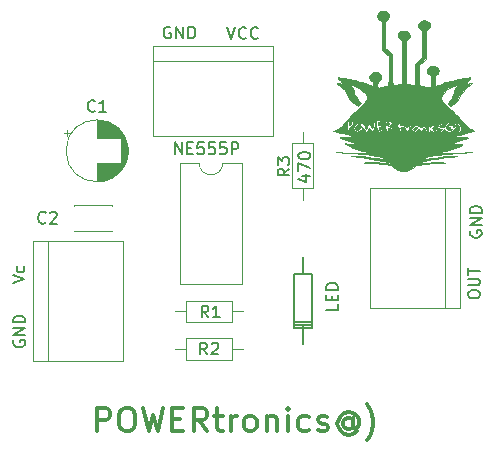
<source format=gbr>
%TF.GenerationSoftware,KiCad,Pcbnew,(5.1.6)-1*%
%TF.CreationDate,2020-06-13T20:27:39+05:30*%
%TF.ProjectId,USING 555,5553494e-4720-4353-9535-2e6b69636164,rev?*%
%TF.SameCoordinates,Original*%
%TF.FileFunction,Legend,Top*%
%TF.FilePolarity,Positive*%
%FSLAX46Y46*%
G04 Gerber Fmt 4.6, Leading zero omitted, Abs format (unit mm)*
G04 Created by KiCad (PCBNEW (5.1.6)-1) date 2020-06-13 20:27:39*
%MOMM*%
%LPD*%
G01*
G04 APERTURE LIST*
%ADD10C,0.300000*%
%ADD11C,0.010000*%
%ADD12C,0.120000*%
%ADD13C,0.150000*%
G04 APERTURE END LIST*
D10*
X130525714Y-110124761D02*
X130525714Y-108124761D01*
X131287619Y-108124761D01*
X131478095Y-108220000D01*
X131573333Y-108315238D01*
X131668571Y-108505714D01*
X131668571Y-108791428D01*
X131573333Y-108981904D01*
X131478095Y-109077142D01*
X131287619Y-109172380D01*
X130525714Y-109172380D01*
X132906666Y-108124761D02*
X133287619Y-108124761D01*
X133478095Y-108220000D01*
X133668571Y-108410476D01*
X133763809Y-108791428D01*
X133763809Y-109458095D01*
X133668571Y-109839047D01*
X133478095Y-110029523D01*
X133287619Y-110124761D01*
X132906666Y-110124761D01*
X132716190Y-110029523D01*
X132525714Y-109839047D01*
X132430476Y-109458095D01*
X132430476Y-108791428D01*
X132525714Y-108410476D01*
X132716190Y-108220000D01*
X132906666Y-108124761D01*
X134430476Y-108124761D02*
X134906666Y-110124761D01*
X135287619Y-108696190D01*
X135668571Y-110124761D01*
X136144761Y-108124761D01*
X136906666Y-109077142D02*
X137573333Y-109077142D01*
X137859047Y-110124761D02*
X136906666Y-110124761D01*
X136906666Y-108124761D01*
X137859047Y-108124761D01*
X139859047Y-110124761D02*
X139192380Y-109172380D01*
X138716190Y-110124761D02*
X138716190Y-108124761D01*
X139478095Y-108124761D01*
X139668571Y-108220000D01*
X139763809Y-108315238D01*
X139859047Y-108505714D01*
X139859047Y-108791428D01*
X139763809Y-108981904D01*
X139668571Y-109077142D01*
X139478095Y-109172380D01*
X138716190Y-109172380D01*
X140430476Y-108791428D02*
X141192380Y-108791428D01*
X140716190Y-108124761D02*
X140716190Y-109839047D01*
X140811428Y-110029523D01*
X141001904Y-110124761D01*
X141192380Y-110124761D01*
X141859047Y-110124761D02*
X141859047Y-108791428D01*
X141859047Y-109172380D02*
X141954285Y-108981904D01*
X142049523Y-108886666D01*
X142240000Y-108791428D01*
X142430476Y-108791428D01*
X143382857Y-110124761D02*
X143192380Y-110029523D01*
X143097142Y-109934285D01*
X143001904Y-109743809D01*
X143001904Y-109172380D01*
X143097142Y-108981904D01*
X143192380Y-108886666D01*
X143382857Y-108791428D01*
X143668571Y-108791428D01*
X143859047Y-108886666D01*
X143954285Y-108981904D01*
X144049523Y-109172380D01*
X144049523Y-109743809D01*
X143954285Y-109934285D01*
X143859047Y-110029523D01*
X143668571Y-110124761D01*
X143382857Y-110124761D01*
X144906666Y-108791428D02*
X144906666Y-110124761D01*
X144906666Y-108981904D02*
X145001904Y-108886666D01*
X145192380Y-108791428D01*
X145478095Y-108791428D01*
X145668571Y-108886666D01*
X145763809Y-109077142D01*
X145763809Y-110124761D01*
X146716190Y-110124761D02*
X146716190Y-108791428D01*
X146716190Y-108124761D02*
X146620952Y-108220000D01*
X146716190Y-108315238D01*
X146811428Y-108220000D01*
X146716190Y-108124761D01*
X146716190Y-108315238D01*
X148525714Y-110029523D02*
X148335238Y-110124761D01*
X147954285Y-110124761D01*
X147763809Y-110029523D01*
X147668571Y-109934285D01*
X147573333Y-109743809D01*
X147573333Y-109172380D01*
X147668571Y-108981904D01*
X147763809Y-108886666D01*
X147954285Y-108791428D01*
X148335238Y-108791428D01*
X148525714Y-108886666D01*
X149287619Y-110029523D02*
X149478095Y-110124761D01*
X149859047Y-110124761D01*
X150049523Y-110029523D01*
X150144761Y-109839047D01*
X150144761Y-109743809D01*
X150049523Y-109553333D01*
X149859047Y-109458095D01*
X149573333Y-109458095D01*
X149382857Y-109362857D01*
X149287619Y-109172380D01*
X149287619Y-109077142D01*
X149382857Y-108886666D01*
X149573333Y-108791428D01*
X149859047Y-108791428D01*
X150049523Y-108886666D01*
X152240000Y-109172380D02*
X152144761Y-109077142D01*
X151954285Y-108981904D01*
X151763809Y-108981904D01*
X151573333Y-109077142D01*
X151478095Y-109172380D01*
X151382857Y-109362857D01*
X151382857Y-109553333D01*
X151478095Y-109743809D01*
X151573333Y-109839047D01*
X151763809Y-109934285D01*
X151954285Y-109934285D01*
X152144761Y-109839047D01*
X152240000Y-109743809D01*
X152240000Y-108981904D02*
X152240000Y-109743809D01*
X152335238Y-109839047D01*
X152430476Y-109839047D01*
X152620952Y-109743809D01*
X152716190Y-109553333D01*
X152716190Y-109077142D01*
X152525714Y-108791428D01*
X152240000Y-108600952D01*
X151859047Y-108505714D01*
X151478095Y-108600952D01*
X151192380Y-108791428D01*
X151001904Y-109077142D01*
X150906666Y-109458095D01*
X151001904Y-109839047D01*
X151192380Y-110124761D01*
X151478095Y-110315238D01*
X151859047Y-110410476D01*
X152240000Y-110315238D01*
X152525714Y-110124761D01*
X153382857Y-110886666D02*
X153478095Y-110791428D01*
X153668571Y-110505714D01*
X153763809Y-110315238D01*
X153859047Y-110029523D01*
X153954285Y-109553333D01*
X153954285Y-109172380D01*
X153859047Y-108696190D01*
X153763809Y-108410476D01*
X153668571Y-108220000D01*
X153478095Y-107934285D01*
X153382857Y-107839047D01*
D11*
%TO.C,G\u002A\u002A\u002A*%
G36*
X152057915Y-83955869D02*
G01*
X152082909Y-84028119D01*
X152035949Y-84115798D01*
X152017908Y-84132362D01*
X151918622Y-84193888D01*
X151861787Y-84178531D01*
X151848509Y-84086747D01*
X151850681Y-84063417D01*
X151878709Y-83963621D01*
X151942017Y-83927315D01*
X151967504Y-83925834D01*
X152057915Y-83955869D01*
G37*
X152057915Y-83955869D02*
X152082909Y-84028119D01*
X152035949Y-84115798D01*
X152017908Y-84132362D01*
X151918622Y-84193888D01*
X151861787Y-84178531D01*
X151848509Y-84086747D01*
X151850681Y-84063417D01*
X151878709Y-83963621D01*
X151942017Y-83927315D01*
X151967504Y-83925834D01*
X152057915Y-83955869D01*
G36*
X160459737Y-84353935D02*
G01*
X160451800Y-84370334D01*
X160406150Y-84410719D01*
X160398001Y-84412667D01*
X160376182Y-84379914D01*
X160375600Y-84370334D01*
X160414652Y-84329627D01*
X160429398Y-84328000D01*
X160459737Y-84353935D01*
G37*
X160459737Y-84353935D02*
X160451800Y-84370334D01*
X160406150Y-84410719D01*
X160398001Y-84412667D01*
X160376182Y-84379914D01*
X160375600Y-84370334D01*
X160414652Y-84329627D01*
X160429398Y-84328000D01*
X160459737Y-84353935D01*
G36*
X160649025Y-84049143D02*
G01*
X160766647Y-84120942D01*
X160825394Y-84218249D01*
X160824294Y-84269542D01*
X160776877Y-84343546D01*
X160706862Y-84356862D01*
X160650887Y-84304639D01*
X160646637Y-84293055D01*
X160579816Y-84206013D01*
X160471854Y-84179160D01*
X160350618Y-84210543D01*
X160243971Y-84298209D01*
X160226741Y-84322485D01*
X160209203Y-84411295D01*
X160281642Y-84471269D01*
X160436337Y-84496814D01*
X160468180Y-84497334D01*
X160579491Y-84502456D01*
X160606599Y-84524348D01*
X160578800Y-84560834D01*
X160464585Y-84616552D01*
X160319931Y-84611587D01*
X160182731Y-84547912D01*
X160172400Y-84539667D01*
X160097663Y-84462298D01*
X160070800Y-84408481D01*
X160105166Y-84298253D01*
X160189156Y-84173465D01*
X160294107Y-84071767D01*
X160352446Y-84038516D01*
X160501350Y-84016963D01*
X160649025Y-84049143D01*
G37*
X160649025Y-84049143D02*
X160766647Y-84120942D01*
X160825394Y-84218249D01*
X160824294Y-84269542D01*
X160776877Y-84343546D01*
X160706862Y-84356862D01*
X160650887Y-84304639D01*
X160646637Y-84293055D01*
X160579816Y-84206013D01*
X160471854Y-84179160D01*
X160350618Y-84210543D01*
X160243971Y-84298209D01*
X160226741Y-84322485D01*
X160209203Y-84411295D01*
X160281642Y-84471269D01*
X160436337Y-84496814D01*
X160468180Y-84497334D01*
X160579491Y-84502456D01*
X160606599Y-84524348D01*
X160578800Y-84560834D01*
X160464585Y-84616552D01*
X160319931Y-84611587D01*
X160182731Y-84547912D01*
X160172400Y-84539667D01*
X160097663Y-84462298D01*
X160070800Y-84408481D01*
X160105166Y-84298253D01*
X160189156Y-84173465D01*
X160294107Y-84071767D01*
X160352446Y-84038516D01*
X160501350Y-84016963D01*
X160649025Y-84049143D01*
G36*
X157624458Y-84358684D02*
G01*
X157625563Y-84430924D01*
X157580602Y-84515001D01*
X157539499Y-84554272D01*
X157427337Y-84615588D01*
X157352196Y-84609712D01*
X157327600Y-84546228D01*
X157366179Y-84456753D01*
X157455997Y-84372808D01*
X157558176Y-84328979D01*
X157572900Y-84328000D01*
X157624458Y-84358684D01*
G37*
X157624458Y-84358684D02*
X157625563Y-84430924D01*
X157580602Y-84515001D01*
X157539499Y-84554272D01*
X157427337Y-84615588D01*
X157352196Y-84609712D01*
X157327600Y-84546228D01*
X157366179Y-84456753D01*
X157455997Y-84372808D01*
X157558176Y-84328979D01*
X157572900Y-84328000D01*
X157624458Y-84358684D01*
G36*
X155266817Y-83975438D02*
G01*
X155297993Y-84041873D01*
X155258257Y-84117994D01*
X155197339Y-84157177D01*
X155095198Y-84194844D01*
X155051349Y-84174949D01*
X155041627Y-84084586D01*
X155041600Y-84074000D01*
X155055268Y-83983237D01*
X155113372Y-83950033D01*
X155168600Y-83947000D01*
X155266817Y-83975438D01*
G37*
X155266817Y-83975438D02*
X155297993Y-84041873D01*
X155258257Y-84117994D01*
X155197339Y-84157177D01*
X155095198Y-84194844D01*
X155051349Y-84174949D01*
X155041627Y-84084586D01*
X155041600Y-84074000D01*
X155055268Y-83983237D01*
X155113372Y-83950033D01*
X155168600Y-83947000D01*
X155266817Y-83975438D01*
G36*
X152793586Y-84121677D02*
G01*
X152847529Y-84199271D01*
X152857200Y-84285141D01*
X152825625Y-84407973D01*
X152745483Y-84516429D01*
X152638647Y-84594440D01*
X152526991Y-84625939D01*
X152433866Y-84596111D01*
X152391770Y-84507103D01*
X152412805Y-84386611D01*
X152488054Y-84262843D01*
X152560752Y-84194786D01*
X152696421Y-84119703D01*
X152793586Y-84121677D01*
G37*
X152793586Y-84121677D02*
X152847529Y-84199271D01*
X152857200Y-84285141D01*
X152825625Y-84407973D01*
X152745483Y-84516429D01*
X152638647Y-84594440D01*
X152526991Y-84625939D01*
X152433866Y-84596111D01*
X152391770Y-84507103D01*
X152412805Y-84386611D01*
X152488054Y-84262843D01*
X152560752Y-84194786D01*
X152696421Y-84119703D01*
X152793586Y-84121677D01*
G36*
X154932669Y-74522896D02*
G01*
X155092841Y-74591017D01*
X155213408Y-74717125D01*
X155242820Y-74776835D01*
X155276105Y-74958841D01*
X155216527Y-75119506D01*
X155088436Y-75250664D01*
X154940293Y-75368939D01*
X154941739Y-76519229D01*
X154943184Y-77669518D01*
X155246392Y-77930156D01*
X155549599Y-78190793D01*
X155549600Y-79481397D01*
X155549872Y-79845907D01*
X155551117Y-80134568D01*
X155553978Y-80356195D01*
X155559099Y-80519605D01*
X155567122Y-80633615D01*
X155578690Y-80707042D01*
X155594447Y-80748700D01*
X155615037Y-80767408D01*
X155641101Y-80771981D01*
X155643748Y-80772000D01*
X155743347Y-80767725D01*
X155904665Y-80756650D01*
X156050148Y-80744803D01*
X156362400Y-80717606D01*
X156362400Y-77041201D01*
X156211727Y-76935549D01*
X156074560Y-76793591D01*
X156022464Y-76635426D01*
X156047588Y-76479090D01*
X156142083Y-76342622D01*
X156298100Y-76244057D01*
X156507791Y-76201433D01*
X156531407Y-76200941D01*
X156735408Y-76235897D01*
X156892139Y-76330275D01*
X156992643Y-76465082D01*
X157027960Y-76621324D01*
X156989133Y-76780007D01*
X156870400Y-76919667D01*
X156718000Y-77038303D01*
X156718000Y-78883985D01*
X156718205Y-79328127D01*
X156719059Y-79694952D01*
X156720915Y-79991811D01*
X156724126Y-80226052D01*
X156729047Y-80405024D01*
X156736031Y-80536079D01*
X156745433Y-80626565D01*
X156757606Y-80683831D01*
X156772905Y-80715228D01*
X156791683Y-80728105D01*
X156806900Y-80730035D01*
X156906991Y-80735144D01*
X157063973Y-80747773D01*
X157162500Y-80757098D01*
X157429200Y-80783793D01*
X157429200Y-79029005D01*
X157734000Y-78764491D01*
X158038800Y-78499976D01*
X158038800Y-77332078D01*
X158038799Y-76164180D01*
X157886400Y-76037180D01*
X157764522Y-75887707D01*
X157728273Y-75730365D01*
X157765328Y-75579773D01*
X157863365Y-75450550D01*
X158010060Y-75357315D01*
X158193091Y-75314687D01*
X158400135Y-75337284D01*
X158459813Y-75356941D01*
X158595358Y-75446388D01*
X158701446Y-75582555D01*
X158749486Y-75727502D01*
X158750000Y-75742029D01*
X158710137Y-75872312D01*
X158607582Y-76009245D01*
X158485852Y-76107151D01*
X158459367Y-76128514D01*
X158438526Y-76163159D01*
X158422660Y-76220503D01*
X158411098Y-76309964D01*
X158403173Y-76440959D01*
X158398213Y-76622906D01*
X158395551Y-76865222D01*
X158394517Y-77177326D01*
X158394400Y-77393967D01*
X158394400Y-78625466D01*
X157784800Y-79128760D01*
X157784800Y-79969915D01*
X157784799Y-80811070D01*
X158000700Y-80858038D01*
X158187476Y-80899955D01*
X158398029Y-80948981D01*
X158467120Y-80965503D01*
X158618121Y-81000146D01*
X158728038Y-81022036D01*
X158759220Y-81026000D01*
X158775506Y-80986442D01*
X158788799Y-80878844D01*
X158797697Y-80719824D01*
X158800800Y-80533714D01*
X158800800Y-80041429D01*
X158617385Y-79872247D01*
X158508989Y-79763080D01*
X158460568Y-79678993D01*
X158456899Y-79588129D01*
X158463221Y-79549616D01*
X158539718Y-79375545D01*
X158679549Y-79250392D01*
X158860353Y-79181508D01*
X159059772Y-79176244D01*
X159255444Y-79241950D01*
X159304902Y-79272930D01*
X159407452Y-79360131D01*
X159452381Y-79454802D01*
X159461200Y-79572520D01*
X159445379Y-79714554D01*
X159383323Y-79819926D01*
X159308800Y-79889513D01*
X159240638Y-79949595D01*
X159196600Y-80006304D01*
X159171419Y-80079275D01*
X159159827Y-80188146D01*
X159156558Y-80352555D01*
X159156400Y-80457757D01*
X159159950Y-80639499D01*
X159169548Y-80784878D01*
X159183611Y-80876342D01*
X159196162Y-80899000D01*
X159257582Y-80880437D01*
X159382521Y-80831500D01*
X159545278Y-80762316D01*
X159564462Y-80753871D01*
X160024893Y-80579991D01*
X160567858Y-80429551D01*
X161200979Y-80300489D01*
X161312578Y-80281448D01*
X161560104Y-80240009D01*
X161779868Y-80202774D01*
X161947807Y-80173851D01*
X162039300Y-80157452D01*
X162124416Y-80151253D01*
X162144629Y-80182804D01*
X162097950Y-80259621D01*
X161982390Y-80389223D01*
X161976293Y-80395626D01*
X161854517Y-80531791D01*
X161806292Y-80616362D01*
X161834760Y-80658789D01*
X161943069Y-80668522D01*
X162064700Y-80661224D01*
X162331400Y-80639103D01*
X162179000Y-80736114D01*
X161884493Y-80940418D01*
X161663378Y-81137331D01*
X161493911Y-81349180D01*
X161369367Y-81567446D01*
X161225571Y-81842745D01*
X161096760Y-82051603D01*
X160971158Y-82209252D01*
X160836988Y-82330929D01*
X160716495Y-82412053D01*
X160488557Y-82548464D01*
X160355878Y-82461493D01*
X160265076Y-82392432D01*
X160223478Y-82341970D01*
X160223200Y-82339515D01*
X160249815Y-82288774D01*
X160319286Y-82190823D01*
X160407652Y-82078004D01*
X160575742Y-81853498D01*
X160686454Y-81654555D01*
X160755928Y-81448303D01*
X160783756Y-81311976D01*
X160848611Y-81092500D01*
X160961858Y-80931574D01*
X161043098Y-80835738D01*
X161043259Y-80790076D01*
X160963193Y-80794696D01*
X160803754Y-80849705D01*
X160691411Y-80897525D01*
X160373241Y-81062490D01*
X160099389Y-81250856D01*
X159882180Y-81450839D01*
X159733942Y-81650654D01*
X159667001Y-81838517D01*
X159664400Y-81879374D01*
X159691599Y-82002922D01*
X159777024Y-82150370D01*
X159926417Y-82328603D01*
X160145518Y-82544507D01*
X160426400Y-82793295D01*
X160652308Y-82995748D01*
X160885209Y-83220232D01*
X161099275Y-83440920D01*
X161268677Y-83631987D01*
X161284317Y-83651128D01*
X161539121Y-83956234D01*
X161756362Y-84192712D01*
X161943696Y-84367755D01*
X162108776Y-84488552D01*
X162250867Y-84559205D01*
X162397772Y-84622329D01*
X162449201Y-84668821D01*
X162407579Y-84704705D01*
X162318700Y-84727888D01*
X162174937Y-84759999D01*
X161979527Y-84808033D01*
X161751284Y-84866850D01*
X161509024Y-84931309D01*
X161271561Y-84996270D01*
X161057710Y-85056593D01*
X160886286Y-85107137D01*
X160776104Y-85142761D01*
X160744917Y-85157875D01*
X160819793Y-85178372D01*
X160982195Y-85195169D01*
X161218101Y-85207328D01*
X161513491Y-85213912D01*
X161592260Y-85214561D01*
X161779463Y-85219409D01*
X161913491Y-85230280D01*
X161974333Y-85245200D01*
X161973260Y-85252191D01*
X161912133Y-85279452D01*
X161773602Y-85332557D01*
X161574343Y-85405379D01*
X161331032Y-85491795D01*
X161137600Y-85559108D01*
X160884852Y-85648924D01*
X160678019Y-85727500D01*
X160529846Y-85789565D01*
X160453075Y-85829845D01*
X160451800Y-85842861D01*
X160545385Y-85842148D01*
X160710608Y-85830130D01*
X160918828Y-85809119D01*
X161024865Y-85796614D01*
X161237907Y-85774015D01*
X161393072Y-85765089D01*
X161473350Y-85770524D01*
X161480365Y-85778253D01*
X161416602Y-85837850D01*
X161274299Y-85918035D01*
X161070772Y-86011324D01*
X160823331Y-86110231D01*
X160549292Y-86207271D01*
X160324800Y-86277861D01*
X160078903Y-86351290D01*
X159851197Y-86420531D01*
X159668314Y-86477411D01*
X159562800Y-86511708D01*
X159385000Y-86572754D01*
X159639000Y-86551977D01*
X159762182Y-86545236D01*
X159968944Y-86537678D01*
X160241278Y-86529795D01*
X160561176Y-86522082D01*
X160910629Y-86515034D01*
X161112200Y-86511566D01*
X162331400Y-86491932D01*
X161311067Y-86549309D01*
X160841750Y-86579216D01*
X160370893Y-86615691D01*
X159914868Y-86656989D01*
X159490047Y-86701362D01*
X159112803Y-86747064D01*
X158799509Y-86792351D01*
X158566536Y-86835475D01*
X158516148Y-86847375D01*
X158367343Y-86893434D01*
X158229258Y-86949672D01*
X158120900Y-87005792D01*
X158061273Y-87051499D01*
X158069381Y-87076498D01*
X158089600Y-87078445D01*
X158167866Y-87071717D01*
X158322992Y-87052946D01*
X158531843Y-87025083D01*
X158750000Y-86994181D01*
X159160337Y-86938325D01*
X159576791Y-86888476D01*
X159978631Y-86846606D01*
X160345124Y-86814686D01*
X160655541Y-86794689D01*
X160889150Y-86788587D01*
X160908688Y-86788838D01*
X161019280Y-86792453D01*
X161054652Y-86798891D01*
X161008563Y-86809451D01*
X160874775Y-86825432D01*
X160647046Y-86848132D01*
X160604200Y-86852216D01*
X160320740Y-86883320D01*
X159993396Y-86926127D01*
X159638357Y-86977822D01*
X159271812Y-87035593D01*
X158909950Y-87096627D01*
X158568959Y-87158109D01*
X158265029Y-87217228D01*
X158014347Y-87271169D01*
X157833103Y-87317119D01*
X157742273Y-87349560D01*
X157689840Y-87394175D01*
X157726577Y-87420750D01*
X157842092Y-87428126D01*
X158025996Y-87415142D01*
X158166235Y-87396890D01*
X158374018Y-87373976D01*
X158635650Y-87356756D01*
X158927247Y-87345506D01*
X159224927Y-87340503D01*
X159504804Y-87342024D01*
X159742997Y-87350345D01*
X159915621Y-87365744D01*
X159969200Y-87376000D01*
X159972575Y-87389245D01*
X159882228Y-87400437D01*
X159706020Y-87409083D01*
X159451810Y-87414687D01*
X159334200Y-87415934D01*
X158899441Y-87426733D01*
X158495368Y-87450816D01*
X158153655Y-87486161D01*
X158089600Y-87495308D01*
X157861853Y-87531844D01*
X157705638Y-87565666D01*
X157592194Y-87607595D01*
X157492758Y-87668450D01*
X157378569Y-87759049D01*
X157370400Y-87765851D01*
X157144805Y-87922657D01*
X156908104Y-88018223D01*
X156865880Y-88029363D01*
X156699035Y-88069099D01*
X156585906Y-88086256D01*
X156482820Y-88082378D01*
X156346105Y-88059009D01*
X156297249Y-88049457D01*
X156035955Y-87977725D01*
X155819934Y-87865354D01*
X155642643Y-87724519D01*
X155556062Y-87650030D01*
X155476756Y-87598447D01*
X155380868Y-87562045D01*
X155244544Y-87533100D01*
X155043928Y-87503887D01*
X154906043Y-87485995D01*
X154628154Y-87457524D01*
X154293467Y-87433989D01*
X153946748Y-87418052D01*
X153670000Y-87412441D01*
X153390892Y-87409472D01*
X153208140Y-87403238D01*
X153116557Y-87393337D01*
X153110958Y-87379370D01*
X153136600Y-87371276D01*
X153315536Y-87344889D01*
X153570724Y-87331572D01*
X153878199Y-87330467D01*
X154213996Y-87340717D01*
X154554151Y-87361463D01*
X154874698Y-87391849D01*
X155151674Y-87431017D01*
X155232100Y-87446272D01*
X155323860Y-87447439D01*
X155346400Y-87406285D01*
X155340806Y-87370842D01*
X155313084Y-87342286D01*
X155246819Y-87315096D01*
X155125597Y-87283752D01*
X154933005Y-87242733D01*
X154751623Y-87206242D01*
X154220617Y-87103775D01*
X153754241Y-87022070D01*
X153320355Y-86956092D01*
X152886820Y-86900804D01*
X152603200Y-86869590D01*
X152329821Y-86840108D01*
X152151753Y-86818376D01*
X152063262Y-86803310D01*
X152058613Y-86793826D01*
X152132073Y-86788839D01*
X152171711Y-86788008D01*
X152396718Y-86792940D01*
X152700542Y-86811876D01*
X153062233Y-86842813D01*
X153460839Y-86883753D01*
X153875408Y-86932692D01*
X154284991Y-86987631D01*
X154330400Y-86994181D01*
X154598000Y-87032969D01*
X154781382Y-87058518D01*
X154896449Y-87071977D01*
X154959104Y-87074498D01*
X154985251Y-87067234D01*
X154990792Y-87051334D01*
X154990800Y-87041996D01*
X154944104Y-86993768D01*
X154817146Y-86936574D01*
X154629615Y-86876623D01*
X154401205Y-86820124D01*
X154151606Y-86773288D01*
X154126295Y-86769383D01*
X153729450Y-86714023D01*
X153317986Y-86666463D01*
X152870518Y-86624724D01*
X152365657Y-86586825D01*
X151782016Y-86550784D01*
X151739600Y-86548389D01*
X150749000Y-86492736D01*
X151968200Y-86511467D01*
X152324430Y-86517729D01*
X152659410Y-86525086D01*
X152955569Y-86533038D01*
X153195338Y-86541085D01*
X153361146Y-86548726D01*
X153416000Y-86552724D01*
X153541231Y-86560689D01*
X153581858Y-86550883D01*
X153535100Y-86521999D01*
X153398174Y-86472736D01*
X153168299Y-86401787D01*
X152972749Y-86344865D01*
X152730541Y-86273600D01*
X152497638Y-86201924D01*
X152307492Y-86140275D01*
X152227489Y-86112311D01*
X152084400Y-86052967D01*
X151923910Y-85976581D01*
X151768281Y-85895222D01*
X151639778Y-85820953D01*
X151560665Y-85765842D01*
X151547626Y-85743867D01*
X151602467Y-85743454D01*
X151733986Y-85755170D01*
X151918743Y-85776727D01*
X152021096Y-85790119D01*
X152305878Y-85826861D01*
X152503862Y-85847083D01*
X152613858Y-85848794D01*
X152634672Y-85830003D01*
X152565110Y-85788715D01*
X152403982Y-85722940D01*
X152150093Y-85630686D01*
X151866600Y-85532073D01*
X151615122Y-85444345D01*
X151396109Y-85365732D01*
X151227272Y-85302762D01*
X151126322Y-85261964D01*
X151107139Y-85252144D01*
X151133289Y-85237040D01*
X151242140Y-85224147D01*
X151414793Y-85215124D01*
X151564339Y-85211992D01*
X151886617Y-85206756D01*
X152108060Y-85196592D01*
X152229401Y-85178731D01*
X152251373Y-85150400D01*
X152174708Y-85108831D01*
X152000138Y-85051251D01*
X151728396Y-84974892D01*
X151633757Y-84949437D01*
X151375543Y-84880897D01*
X151152431Y-84822634D01*
X150981868Y-84779129D01*
X150881300Y-84754863D01*
X150862364Y-84751334D01*
X150797716Y-84737397D01*
X150688807Y-84704862D01*
X150545800Y-84658390D01*
X150807195Y-84561042D01*
X150940271Y-84502203D01*
X151068935Y-84422440D01*
X151203979Y-84311718D01*
X151356193Y-84160005D01*
X151411968Y-84097246D01*
X151672936Y-84097246D01*
X151693339Y-84335223D01*
X151719716Y-84531620D01*
X151754391Y-84649686D01*
X151801972Y-84696324D01*
X151845792Y-84669338D01*
X151869187Y-84566534D01*
X151869777Y-84551376D01*
X151898097Y-84459467D01*
X152247600Y-84459467D01*
X152283705Y-84617205D01*
X152383890Y-84713467D01*
X152535957Y-84742706D01*
X152727709Y-84699376D01*
X152752615Y-84689120D01*
X152874231Y-84603142D01*
X152958019Y-84488036D01*
X153019054Y-84349167D01*
X153110680Y-84522877D01*
X153205248Y-84656898D01*
X153309192Y-84730874D01*
X153406892Y-84734255D01*
X153416878Y-84729715D01*
X153459373Y-84678299D01*
X153509838Y-84579463D01*
X153519322Y-84556483D01*
X153579257Y-84405146D01*
X153674682Y-84535906D01*
X153755059Y-84631828D01*
X153821206Y-84661846D01*
X153900944Y-84637131D01*
X153912228Y-84631292D01*
X153973552Y-84564436D01*
X154023450Y-84448487D01*
X154059048Y-84305522D01*
X154077470Y-84157618D01*
X154075843Y-84026850D01*
X154051290Y-83935295D01*
X154006846Y-83904667D01*
X153954409Y-83943756D01*
X153910848Y-84048119D01*
X153882101Y-84198396D01*
X153873759Y-84338584D01*
X153858128Y-84431558D01*
X153816938Y-84446268D01*
X153756830Y-84384753D01*
X153701327Y-84285667D01*
X153622187Y-84162856D01*
X153546654Y-84120448D01*
X153482910Y-84158772D01*
X153439743Y-84275084D01*
X153398967Y-84440219D01*
X153357380Y-84521085D01*
X153312009Y-84518059D01*
X153259881Y-84431521D01*
X153211871Y-84304070D01*
X153157315Y-84184621D01*
X153093787Y-84104403D01*
X153065203Y-84088223D01*
X152949304Y-84050301D01*
X152895989Y-84028577D01*
X152717839Y-83990671D01*
X152545845Y-84024797D01*
X152398133Y-84118912D01*
X152292827Y-84260969D01*
X152248052Y-84438924D01*
X152247600Y-84459467D01*
X151898097Y-84459467D01*
X151906590Y-84431905D01*
X152020447Y-84307276D01*
X152060277Y-84274726D01*
X152196850Y-84135455D01*
X152248128Y-84004946D01*
X152210629Y-83894325D01*
X152186640Y-83870800D01*
X152090201Y-83834885D01*
X151945778Y-83821411D01*
X151801793Y-83831026D01*
X151706668Y-83864377D01*
X151706654Y-83864388D01*
X151677370Y-83940089D01*
X151672936Y-84097246D01*
X151411968Y-84097246D01*
X151536371Y-83957266D01*
X151720555Y-83735334D01*
X154131986Y-83735334D01*
X154159213Y-83957584D01*
X154202629Y-84258786D01*
X154250631Y-84482046D01*
X154305694Y-84634072D01*
X154370288Y-84721569D01*
X154446886Y-84751245D01*
X154451827Y-84751334D01*
X154526510Y-84729073D01*
X154646133Y-84673021D01*
X154699607Y-84643974D01*
X154837904Y-84550340D01*
X154889829Y-84483978D01*
X154861264Y-84455067D01*
X154758092Y-84473781D01*
X154631900Y-84526858D01*
X154514255Y-84574867D01*
X154452942Y-84562164D01*
X154424556Y-84480508D01*
X154420395Y-84452385D01*
X154425591Y-84380062D01*
X154485829Y-84346793D01*
X154574783Y-84335710D01*
X154693185Y-84311454D01*
X154721211Y-84273825D01*
X154665053Y-84235763D01*
X154530903Y-84210208D01*
X154514099Y-84208885D01*
X154390551Y-84194988D01*
X154340734Y-84159103D01*
X154336955Y-84074259D01*
X154340226Y-84039552D01*
X154348162Y-83988212D01*
X154897834Y-83988212D01*
X154901871Y-84234766D01*
X154963203Y-84468853D01*
X155043838Y-84617225D01*
X155131692Y-84709141D01*
X155195308Y-84724383D01*
X155221969Y-84665748D01*
X155211386Y-84580359D01*
X155194721Y-84496437D01*
X155211884Y-84463204D01*
X155283439Y-84474405D01*
X155414764Y-84518500D01*
X155554868Y-84560210D01*
X155665635Y-84581352D01*
X155679201Y-84582000D01*
X155746736Y-84566351D01*
X155732375Y-84525641D01*
X155647047Y-84469229D01*
X155501682Y-84406472D01*
X155455160Y-84390190D01*
X155190287Y-84301461D01*
X155280013Y-84223219D01*
X155784228Y-84223219D01*
X155854500Y-84274611D01*
X155899924Y-84290478D01*
X156014095Y-84342686D01*
X156072589Y-84432555D01*
X156088158Y-84490466D01*
X156134867Y-84635964D01*
X156194469Y-84716814D01*
X156259497Y-84724172D01*
X156276140Y-84713150D01*
X156296138Y-84637516D01*
X156263240Y-84544577D01*
X156223953Y-84426824D01*
X156258862Y-84357359D01*
X156377180Y-84319389D01*
X156387730Y-84317650D01*
X156470365Y-84315225D01*
X156531381Y-84351950D01*
X156594262Y-84445424D01*
X156619056Y-84491031D01*
X156717242Y-84646943D01*
X156802385Y-84726971D01*
X156868587Y-84730216D01*
X156909951Y-84655775D01*
X156921200Y-84537168D01*
X156922165Y-84522635D01*
X157168108Y-84522635D01*
X157203410Y-84637043D01*
X157300968Y-84720209D01*
X157437992Y-84750046D01*
X157525378Y-84722607D01*
X157639439Y-84652581D01*
X157674106Y-84625399D01*
X157825227Y-84499464D01*
X157856781Y-84604232D01*
X157912653Y-84684979D01*
X157993028Y-84712553D01*
X158063599Y-84685556D01*
X158090377Y-84613750D01*
X158114220Y-84489311D01*
X158169088Y-84430141D01*
X158233808Y-84439762D01*
X158287210Y-84521695D01*
X158301198Y-84578684D01*
X158338343Y-84671046D01*
X158391498Y-84699052D01*
X158434718Y-84659774D01*
X158445200Y-84594947D01*
X158414632Y-84456164D01*
X158365381Y-84390702D01*
X158548447Y-84390702D01*
X158554942Y-84517434D01*
X158580405Y-84629866D01*
X158599387Y-84669450D01*
X158667185Y-84738067D01*
X158725902Y-84743374D01*
X158750000Y-84685433D01*
X158759182Y-84643198D01*
X158804713Y-84653139D01*
X158862903Y-84685433D01*
X159017670Y-84745231D01*
X159149841Y-84725223D01*
X159229703Y-84669334D01*
X159291344Y-84584065D01*
X159274790Y-84534093D01*
X159194848Y-84536252D01*
X159135520Y-84562258D01*
X159044085Y-84603057D01*
X158986466Y-84590349D01*
X158952901Y-84560534D01*
X158918228Y-84469510D01*
X158953021Y-84371562D01*
X159030538Y-84306993D01*
X159359600Y-84306993D01*
X159401267Y-84404412D01*
X159500662Y-84472219D01*
X159619377Y-84486653D01*
X159641342Y-84481276D01*
X159719678Y-84477152D01*
X159734204Y-84520388D01*
X159680933Y-84589911D01*
X159664400Y-84603167D01*
X159599695Y-84677354D01*
X159604540Y-84734318D01*
X159658542Y-84751334D01*
X159716563Y-84723341D01*
X159805832Y-84655121D01*
X159815259Y-84646866D01*
X159933030Y-84542399D01*
X160082012Y-84646866D01*
X160270251Y-84735084D01*
X160464951Y-84738904D01*
X160621761Y-84684260D01*
X160823219Y-84537974D01*
X160943028Y-84341607D01*
X160957144Y-84295742D01*
X160969173Y-84196159D01*
X160930263Y-84115928D01*
X160857861Y-84047868D01*
X160999195Y-84047868D01*
X161004720Y-84097958D01*
X161100149Y-84184167D01*
X161117333Y-84196805D01*
X161208331Y-84282608D01*
X161224245Y-84369812D01*
X161215854Y-84405523D01*
X161166856Y-84579651D01*
X161145784Y-84685611D01*
X161151807Y-84736436D01*
X161184097Y-84745164D01*
X161194384Y-84742800D01*
X161268826Y-84693022D01*
X161327351Y-84620990D01*
X161378664Y-84473825D01*
X161372023Y-84319275D01*
X161316576Y-84179409D01*
X161221469Y-84076299D01*
X161095849Y-84032013D01*
X161083112Y-84031667D01*
X160999195Y-84047868D01*
X160857861Y-84047868D01*
X160840720Y-84031755D01*
X160662140Y-83935598D01*
X160461956Y-83909443D01*
X160264948Y-83947960D01*
X160095894Y-84045822D01*
X159979573Y-84197700D01*
X159970497Y-84218890D01*
X159921394Y-84317751D01*
X159854362Y-84360525D01*
X159729908Y-84370285D01*
X159711260Y-84370334D01*
X159567220Y-84351881D01*
X159509264Y-84305378D01*
X159542696Y-84244104D01*
X159640315Y-84192798D01*
X159732514Y-84135499D01*
X159739892Y-84078376D01*
X159660054Y-84041167D01*
X159658741Y-84040952D01*
X159558057Y-84061957D01*
X159454658Y-84135577D01*
X159379276Y-84234478D01*
X159359600Y-84306993D01*
X159030538Y-84306993D01*
X159037911Y-84300852D01*
X159108744Y-84285667D01*
X159185576Y-84265768D01*
X159187872Y-84222458D01*
X159124794Y-84180319D01*
X159064277Y-84166388D01*
X158941888Y-84190271D01*
X158831260Y-84263950D01*
X158748187Y-84334446D01*
X158706668Y-84345962D01*
X158680279Y-84302445D01*
X158674446Y-84287364D01*
X158630440Y-84228011D01*
X158593942Y-84224051D01*
X158561315Y-84282098D01*
X158548447Y-84390702D01*
X158365381Y-84390702D01*
X158336420Y-84352209D01*
X158230801Y-84295472D01*
X158118011Y-84298344D01*
X158040688Y-84347271D01*
X157974275Y-84386328D01*
X157884652Y-84364755D01*
X157869367Y-84357854D01*
X157766875Y-84297106D01*
X157718775Y-84253917D01*
X157628722Y-84206999D01*
X157493510Y-84212285D01*
X157345286Y-84267042D01*
X157309050Y-84288739D01*
X157201256Y-84399146D01*
X157168108Y-84522635D01*
X156922165Y-84522635D01*
X156928377Y-84429096D01*
X156962057Y-84381472D01*
X157040460Y-84370362D01*
X157048200Y-84370334D01*
X157153224Y-84353162D01*
X157164416Y-84304927D01*
X157096875Y-84241864D01*
X157028447Y-84213851D01*
X156946743Y-84235749D01*
X156870663Y-84278811D01*
X156768391Y-84334802D01*
X156712375Y-84338842D01*
X156679757Y-84305869D01*
X156606449Y-84260131D01*
X156472716Y-84220583D01*
X156410932Y-84209689D01*
X156267796Y-84182507D01*
X156195280Y-84141797D01*
X156162641Y-84068282D01*
X156158964Y-84051699D01*
X156146329Y-84021795D01*
X158517292Y-84021795D01*
X158524081Y-84035283D01*
X158585753Y-84056256D01*
X158601938Y-84050599D01*
X158627107Y-83999205D01*
X158620318Y-83985718D01*
X158558646Y-83964744D01*
X158542461Y-83970401D01*
X158517292Y-84021795D01*
X156146329Y-84021795D01*
X156119140Y-83957452D01*
X156068296Y-83942618D01*
X156025851Y-84007222D01*
X156016125Y-84051517D01*
X155971305Y-84139622D01*
X155904823Y-84158667D01*
X155801244Y-84178060D01*
X155784228Y-84223219D01*
X155280013Y-84223219D01*
X155344543Y-84166949D01*
X155438906Y-84075885D01*
X155493437Y-84006264D01*
X155498800Y-83990695D01*
X155453984Y-83926951D01*
X155342772Y-83869846D01*
X155200016Y-83833054D01*
X155083295Y-83827678D01*
X154967648Y-83846589D01*
X154916106Y-83896936D01*
X154897834Y-83988212D01*
X154348162Y-83988212D01*
X154354558Y-83946846D01*
X154391920Y-83897770D01*
X154479980Y-83873920D01*
X154609800Y-83860242D01*
X154756576Y-83845541D01*
X154813541Y-83832232D01*
X154791919Y-83812821D01*
X154720792Y-83786159D01*
X154576696Y-83753537D01*
X154398133Y-83736194D01*
X154354886Y-83735334D01*
X154131986Y-83735334D01*
X151720555Y-83735334D01*
X151755302Y-83693467D01*
X151801138Y-83636893D01*
X151952555Y-83464332D01*
X152152964Y-83256933D01*
X152378254Y-83038657D01*
X152604316Y-82833464D01*
X152645184Y-82798089D01*
X152918587Y-82558271D01*
X153123474Y-82365098D01*
X153267704Y-82209377D01*
X153359134Y-82081916D01*
X153405623Y-81973522D01*
X153415739Y-81896616D01*
X153368169Y-81695932D01*
X153231168Y-81486393D01*
X153014510Y-81277410D01*
X152727970Y-81078392D01*
X152381326Y-80898750D01*
X152377348Y-80896976D01*
X152182397Y-80818669D01*
X152057784Y-80787019D01*
X152007824Y-80801481D01*
X152036833Y-80861505D01*
X152107404Y-80931192D01*
X152227913Y-81097442D01*
X152276027Y-81258834D01*
X152341201Y-81520917D01*
X152448413Y-81760069D01*
X152613922Y-82010523D01*
X152664300Y-82076342D01*
X152873535Y-82343963D01*
X152741817Y-82453728D01*
X152610100Y-82563492D01*
X152355200Y-82401502D01*
X152151411Y-82241223D01*
X151969752Y-82029244D01*
X151800994Y-81753358D01*
X151685863Y-81516271D01*
X151521472Y-81252261D01*
X151282463Y-81005947D01*
X151002169Y-80808534D01*
X150872052Y-80724479D01*
X150835862Y-80672322D01*
X150894023Y-80650846D01*
X151046956Y-80658831D01*
X151053800Y-80659603D01*
X151197072Y-80669725D01*
X151265553Y-80652155D01*
X151261182Y-80597114D01*
X151185899Y-80494825D01*
X151104600Y-80403540D01*
X150987580Y-80268494D01*
X150937188Y-80187560D01*
X150951299Y-80152515D01*
X151027792Y-80155134D01*
X151041100Y-80157595D01*
X151133246Y-80173988D01*
X151301839Y-80202622D01*
X151523589Y-80239587D01*
X151775207Y-80280971D01*
X151797373Y-80284591D01*
X152357694Y-80389804D01*
X152848627Y-80513486D01*
X153301686Y-80664207D01*
X153535929Y-80757438D01*
X153704931Y-80823839D01*
X153837429Y-80867440D01*
X153909356Y-80880532D01*
X153914491Y-80878702D01*
X153946632Y-80799227D01*
X153930382Y-80679472D01*
X153875027Y-80548855D01*
X153789855Y-80436797D01*
X153769216Y-80418511D01*
X153649231Y-80268739D01*
X153615204Y-80101562D01*
X153662734Y-79938284D01*
X153787418Y-79800207D01*
X153910912Y-79732802D01*
X154117622Y-79692912D01*
X154314844Y-79731089D01*
X154482487Y-79841195D01*
X154554229Y-79929306D01*
X154620740Y-80099726D01*
X154588673Y-80259179D01*
X154456623Y-80413344D01*
X154429090Y-80435598D01*
X154340627Y-80515720D01*
X154295844Y-80599304D01*
X154280598Y-80719788D01*
X154279600Y-80788985D01*
X154284773Y-80917816D01*
X154298138Y-81003897D01*
X154311589Y-81026000D01*
X154399556Y-81014097D01*
X154547105Y-80983155D01*
X154726332Y-80940329D01*
X154909330Y-80892772D01*
X155068195Y-80847638D01*
X155175022Y-80812080D01*
X155203435Y-80797372D01*
X155212545Y-80745461D01*
X155221003Y-80620033D01*
X155228466Y-80432237D01*
X155234591Y-80193222D01*
X155239036Y-79914138D01*
X155241459Y-79606134D01*
X155241641Y-79553248D01*
X155245012Y-78351856D01*
X154940106Y-78087249D01*
X154635200Y-77822643D01*
X154635200Y-76606312D01*
X154635199Y-75389981D01*
X154457399Y-75250242D01*
X154342489Y-75145703D01*
X154290663Y-75047449D01*
X154279600Y-74932328D01*
X154319853Y-74761843D01*
X154426483Y-74632235D01*
X154578293Y-74546926D01*
X154754087Y-74509339D01*
X154932669Y-74522896D01*
G37*
X154932669Y-74522896D02*
X155092841Y-74591017D01*
X155213408Y-74717125D01*
X155242820Y-74776835D01*
X155276105Y-74958841D01*
X155216527Y-75119506D01*
X155088436Y-75250664D01*
X154940293Y-75368939D01*
X154941739Y-76519229D01*
X154943184Y-77669518D01*
X155246392Y-77930156D01*
X155549599Y-78190793D01*
X155549600Y-79481397D01*
X155549872Y-79845907D01*
X155551117Y-80134568D01*
X155553978Y-80356195D01*
X155559099Y-80519605D01*
X155567122Y-80633615D01*
X155578690Y-80707042D01*
X155594447Y-80748700D01*
X155615037Y-80767408D01*
X155641101Y-80771981D01*
X155643748Y-80772000D01*
X155743347Y-80767725D01*
X155904665Y-80756650D01*
X156050148Y-80744803D01*
X156362400Y-80717606D01*
X156362400Y-77041201D01*
X156211727Y-76935549D01*
X156074560Y-76793591D01*
X156022464Y-76635426D01*
X156047588Y-76479090D01*
X156142083Y-76342622D01*
X156298100Y-76244057D01*
X156507791Y-76201433D01*
X156531407Y-76200941D01*
X156735408Y-76235897D01*
X156892139Y-76330275D01*
X156992643Y-76465082D01*
X157027960Y-76621324D01*
X156989133Y-76780007D01*
X156870400Y-76919667D01*
X156718000Y-77038303D01*
X156718000Y-78883985D01*
X156718205Y-79328127D01*
X156719059Y-79694952D01*
X156720915Y-79991811D01*
X156724126Y-80226052D01*
X156729047Y-80405024D01*
X156736031Y-80536079D01*
X156745433Y-80626565D01*
X156757606Y-80683831D01*
X156772905Y-80715228D01*
X156791683Y-80728105D01*
X156806900Y-80730035D01*
X156906991Y-80735144D01*
X157063973Y-80747773D01*
X157162500Y-80757098D01*
X157429200Y-80783793D01*
X157429200Y-79029005D01*
X157734000Y-78764491D01*
X158038800Y-78499976D01*
X158038800Y-77332078D01*
X158038799Y-76164180D01*
X157886400Y-76037180D01*
X157764522Y-75887707D01*
X157728273Y-75730365D01*
X157765328Y-75579773D01*
X157863365Y-75450550D01*
X158010060Y-75357315D01*
X158193091Y-75314687D01*
X158400135Y-75337284D01*
X158459813Y-75356941D01*
X158595358Y-75446388D01*
X158701446Y-75582555D01*
X158749486Y-75727502D01*
X158750000Y-75742029D01*
X158710137Y-75872312D01*
X158607582Y-76009245D01*
X158485852Y-76107151D01*
X158459367Y-76128514D01*
X158438526Y-76163159D01*
X158422660Y-76220503D01*
X158411098Y-76309964D01*
X158403173Y-76440959D01*
X158398213Y-76622906D01*
X158395551Y-76865222D01*
X158394517Y-77177326D01*
X158394400Y-77393967D01*
X158394400Y-78625466D01*
X157784800Y-79128760D01*
X157784800Y-79969915D01*
X157784799Y-80811070D01*
X158000700Y-80858038D01*
X158187476Y-80899955D01*
X158398029Y-80948981D01*
X158467120Y-80965503D01*
X158618121Y-81000146D01*
X158728038Y-81022036D01*
X158759220Y-81026000D01*
X158775506Y-80986442D01*
X158788799Y-80878844D01*
X158797697Y-80719824D01*
X158800800Y-80533714D01*
X158800800Y-80041429D01*
X158617385Y-79872247D01*
X158508989Y-79763080D01*
X158460568Y-79678993D01*
X158456899Y-79588129D01*
X158463221Y-79549616D01*
X158539718Y-79375545D01*
X158679549Y-79250392D01*
X158860353Y-79181508D01*
X159059772Y-79176244D01*
X159255444Y-79241950D01*
X159304902Y-79272930D01*
X159407452Y-79360131D01*
X159452381Y-79454802D01*
X159461200Y-79572520D01*
X159445379Y-79714554D01*
X159383323Y-79819926D01*
X159308800Y-79889513D01*
X159240638Y-79949595D01*
X159196600Y-80006304D01*
X159171419Y-80079275D01*
X159159827Y-80188146D01*
X159156558Y-80352555D01*
X159156400Y-80457757D01*
X159159950Y-80639499D01*
X159169548Y-80784878D01*
X159183611Y-80876342D01*
X159196162Y-80899000D01*
X159257582Y-80880437D01*
X159382521Y-80831500D01*
X159545278Y-80762316D01*
X159564462Y-80753871D01*
X160024893Y-80579991D01*
X160567858Y-80429551D01*
X161200979Y-80300489D01*
X161312578Y-80281448D01*
X161560104Y-80240009D01*
X161779868Y-80202774D01*
X161947807Y-80173851D01*
X162039300Y-80157452D01*
X162124416Y-80151253D01*
X162144629Y-80182804D01*
X162097950Y-80259621D01*
X161982390Y-80389223D01*
X161976293Y-80395626D01*
X161854517Y-80531791D01*
X161806292Y-80616362D01*
X161834760Y-80658789D01*
X161943069Y-80668522D01*
X162064700Y-80661224D01*
X162331400Y-80639103D01*
X162179000Y-80736114D01*
X161884493Y-80940418D01*
X161663378Y-81137331D01*
X161493911Y-81349180D01*
X161369367Y-81567446D01*
X161225571Y-81842745D01*
X161096760Y-82051603D01*
X160971158Y-82209252D01*
X160836988Y-82330929D01*
X160716495Y-82412053D01*
X160488557Y-82548464D01*
X160355878Y-82461493D01*
X160265076Y-82392432D01*
X160223478Y-82341970D01*
X160223200Y-82339515D01*
X160249815Y-82288774D01*
X160319286Y-82190823D01*
X160407652Y-82078004D01*
X160575742Y-81853498D01*
X160686454Y-81654555D01*
X160755928Y-81448303D01*
X160783756Y-81311976D01*
X160848611Y-81092500D01*
X160961858Y-80931574D01*
X161043098Y-80835738D01*
X161043259Y-80790076D01*
X160963193Y-80794696D01*
X160803754Y-80849705D01*
X160691411Y-80897525D01*
X160373241Y-81062490D01*
X160099389Y-81250856D01*
X159882180Y-81450839D01*
X159733942Y-81650654D01*
X159667001Y-81838517D01*
X159664400Y-81879374D01*
X159691599Y-82002922D01*
X159777024Y-82150370D01*
X159926417Y-82328603D01*
X160145518Y-82544507D01*
X160426400Y-82793295D01*
X160652308Y-82995748D01*
X160885209Y-83220232D01*
X161099275Y-83440920D01*
X161268677Y-83631987D01*
X161284317Y-83651128D01*
X161539121Y-83956234D01*
X161756362Y-84192712D01*
X161943696Y-84367755D01*
X162108776Y-84488552D01*
X162250867Y-84559205D01*
X162397772Y-84622329D01*
X162449201Y-84668821D01*
X162407579Y-84704705D01*
X162318700Y-84727888D01*
X162174937Y-84759999D01*
X161979527Y-84808033D01*
X161751284Y-84866850D01*
X161509024Y-84931309D01*
X161271561Y-84996270D01*
X161057710Y-85056593D01*
X160886286Y-85107137D01*
X160776104Y-85142761D01*
X160744917Y-85157875D01*
X160819793Y-85178372D01*
X160982195Y-85195169D01*
X161218101Y-85207328D01*
X161513491Y-85213912D01*
X161592260Y-85214561D01*
X161779463Y-85219409D01*
X161913491Y-85230280D01*
X161974333Y-85245200D01*
X161973260Y-85252191D01*
X161912133Y-85279452D01*
X161773602Y-85332557D01*
X161574343Y-85405379D01*
X161331032Y-85491795D01*
X161137600Y-85559108D01*
X160884852Y-85648924D01*
X160678019Y-85727500D01*
X160529846Y-85789565D01*
X160453075Y-85829845D01*
X160451800Y-85842861D01*
X160545385Y-85842148D01*
X160710608Y-85830130D01*
X160918828Y-85809119D01*
X161024865Y-85796614D01*
X161237907Y-85774015D01*
X161393072Y-85765089D01*
X161473350Y-85770524D01*
X161480365Y-85778253D01*
X161416602Y-85837850D01*
X161274299Y-85918035D01*
X161070772Y-86011324D01*
X160823331Y-86110231D01*
X160549292Y-86207271D01*
X160324800Y-86277861D01*
X160078903Y-86351290D01*
X159851197Y-86420531D01*
X159668314Y-86477411D01*
X159562800Y-86511708D01*
X159385000Y-86572754D01*
X159639000Y-86551977D01*
X159762182Y-86545236D01*
X159968944Y-86537678D01*
X160241278Y-86529795D01*
X160561176Y-86522082D01*
X160910629Y-86515034D01*
X161112200Y-86511566D01*
X162331400Y-86491932D01*
X161311067Y-86549309D01*
X160841750Y-86579216D01*
X160370893Y-86615691D01*
X159914868Y-86656989D01*
X159490047Y-86701362D01*
X159112803Y-86747064D01*
X158799509Y-86792351D01*
X158566536Y-86835475D01*
X158516148Y-86847375D01*
X158367343Y-86893434D01*
X158229258Y-86949672D01*
X158120900Y-87005792D01*
X158061273Y-87051499D01*
X158069381Y-87076498D01*
X158089600Y-87078445D01*
X158167866Y-87071717D01*
X158322992Y-87052946D01*
X158531843Y-87025083D01*
X158750000Y-86994181D01*
X159160337Y-86938325D01*
X159576791Y-86888476D01*
X159978631Y-86846606D01*
X160345124Y-86814686D01*
X160655541Y-86794689D01*
X160889150Y-86788587D01*
X160908688Y-86788838D01*
X161019280Y-86792453D01*
X161054652Y-86798891D01*
X161008563Y-86809451D01*
X160874775Y-86825432D01*
X160647046Y-86848132D01*
X160604200Y-86852216D01*
X160320740Y-86883320D01*
X159993396Y-86926127D01*
X159638357Y-86977822D01*
X159271812Y-87035593D01*
X158909950Y-87096627D01*
X158568959Y-87158109D01*
X158265029Y-87217228D01*
X158014347Y-87271169D01*
X157833103Y-87317119D01*
X157742273Y-87349560D01*
X157689840Y-87394175D01*
X157726577Y-87420750D01*
X157842092Y-87428126D01*
X158025996Y-87415142D01*
X158166235Y-87396890D01*
X158374018Y-87373976D01*
X158635650Y-87356756D01*
X158927247Y-87345506D01*
X159224927Y-87340503D01*
X159504804Y-87342024D01*
X159742997Y-87350345D01*
X159915621Y-87365744D01*
X159969200Y-87376000D01*
X159972575Y-87389245D01*
X159882228Y-87400437D01*
X159706020Y-87409083D01*
X159451810Y-87414687D01*
X159334200Y-87415934D01*
X158899441Y-87426733D01*
X158495368Y-87450816D01*
X158153655Y-87486161D01*
X158089600Y-87495308D01*
X157861853Y-87531844D01*
X157705638Y-87565666D01*
X157592194Y-87607595D01*
X157492758Y-87668450D01*
X157378569Y-87759049D01*
X157370400Y-87765851D01*
X157144805Y-87922657D01*
X156908104Y-88018223D01*
X156865880Y-88029363D01*
X156699035Y-88069099D01*
X156585906Y-88086256D01*
X156482820Y-88082378D01*
X156346105Y-88059009D01*
X156297249Y-88049457D01*
X156035955Y-87977725D01*
X155819934Y-87865354D01*
X155642643Y-87724519D01*
X155556062Y-87650030D01*
X155476756Y-87598447D01*
X155380868Y-87562045D01*
X155244544Y-87533100D01*
X155043928Y-87503887D01*
X154906043Y-87485995D01*
X154628154Y-87457524D01*
X154293467Y-87433989D01*
X153946748Y-87418052D01*
X153670000Y-87412441D01*
X153390892Y-87409472D01*
X153208140Y-87403238D01*
X153116557Y-87393337D01*
X153110958Y-87379370D01*
X153136600Y-87371276D01*
X153315536Y-87344889D01*
X153570724Y-87331572D01*
X153878199Y-87330467D01*
X154213996Y-87340717D01*
X154554151Y-87361463D01*
X154874698Y-87391849D01*
X155151674Y-87431017D01*
X155232100Y-87446272D01*
X155323860Y-87447439D01*
X155346400Y-87406285D01*
X155340806Y-87370842D01*
X155313084Y-87342286D01*
X155246819Y-87315096D01*
X155125597Y-87283752D01*
X154933005Y-87242733D01*
X154751623Y-87206242D01*
X154220617Y-87103775D01*
X153754241Y-87022070D01*
X153320355Y-86956092D01*
X152886820Y-86900804D01*
X152603200Y-86869590D01*
X152329821Y-86840108D01*
X152151753Y-86818376D01*
X152063262Y-86803310D01*
X152058613Y-86793826D01*
X152132073Y-86788839D01*
X152171711Y-86788008D01*
X152396718Y-86792940D01*
X152700542Y-86811876D01*
X153062233Y-86842813D01*
X153460839Y-86883753D01*
X153875408Y-86932692D01*
X154284991Y-86987631D01*
X154330400Y-86994181D01*
X154598000Y-87032969D01*
X154781382Y-87058518D01*
X154896449Y-87071977D01*
X154959104Y-87074498D01*
X154985251Y-87067234D01*
X154990792Y-87051334D01*
X154990800Y-87041996D01*
X154944104Y-86993768D01*
X154817146Y-86936574D01*
X154629615Y-86876623D01*
X154401205Y-86820124D01*
X154151606Y-86773288D01*
X154126295Y-86769383D01*
X153729450Y-86714023D01*
X153317986Y-86666463D01*
X152870518Y-86624724D01*
X152365657Y-86586825D01*
X151782016Y-86550784D01*
X151739600Y-86548389D01*
X150749000Y-86492736D01*
X151968200Y-86511467D01*
X152324430Y-86517729D01*
X152659410Y-86525086D01*
X152955569Y-86533038D01*
X153195338Y-86541085D01*
X153361146Y-86548726D01*
X153416000Y-86552724D01*
X153541231Y-86560689D01*
X153581858Y-86550883D01*
X153535100Y-86521999D01*
X153398174Y-86472736D01*
X153168299Y-86401787D01*
X152972749Y-86344865D01*
X152730541Y-86273600D01*
X152497638Y-86201924D01*
X152307492Y-86140275D01*
X152227489Y-86112311D01*
X152084400Y-86052967D01*
X151923910Y-85976581D01*
X151768281Y-85895222D01*
X151639778Y-85820953D01*
X151560665Y-85765842D01*
X151547626Y-85743867D01*
X151602467Y-85743454D01*
X151733986Y-85755170D01*
X151918743Y-85776727D01*
X152021096Y-85790119D01*
X152305878Y-85826861D01*
X152503862Y-85847083D01*
X152613858Y-85848794D01*
X152634672Y-85830003D01*
X152565110Y-85788715D01*
X152403982Y-85722940D01*
X152150093Y-85630686D01*
X151866600Y-85532073D01*
X151615122Y-85444345D01*
X151396109Y-85365732D01*
X151227272Y-85302762D01*
X151126322Y-85261964D01*
X151107139Y-85252144D01*
X151133289Y-85237040D01*
X151242140Y-85224147D01*
X151414793Y-85215124D01*
X151564339Y-85211992D01*
X151886617Y-85206756D01*
X152108060Y-85196592D01*
X152229401Y-85178731D01*
X152251373Y-85150400D01*
X152174708Y-85108831D01*
X152000138Y-85051251D01*
X151728396Y-84974892D01*
X151633757Y-84949437D01*
X151375543Y-84880897D01*
X151152431Y-84822634D01*
X150981868Y-84779129D01*
X150881300Y-84754863D01*
X150862364Y-84751334D01*
X150797716Y-84737397D01*
X150688807Y-84704862D01*
X150545800Y-84658390D01*
X150807195Y-84561042D01*
X150940271Y-84502203D01*
X151068935Y-84422440D01*
X151203979Y-84311718D01*
X151356193Y-84160005D01*
X151411968Y-84097246D01*
X151672936Y-84097246D01*
X151693339Y-84335223D01*
X151719716Y-84531620D01*
X151754391Y-84649686D01*
X151801972Y-84696324D01*
X151845792Y-84669338D01*
X151869187Y-84566534D01*
X151869777Y-84551376D01*
X151898097Y-84459467D01*
X152247600Y-84459467D01*
X152283705Y-84617205D01*
X152383890Y-84713467D01*
X152535957Y-84742706D01*
X152727709Y-84699376D01*
X152752615Y-84689120D01*
X152874231Y-84603142D01*
X152958019Y-84488036D01*
X153019054Y-84349167D01*
X153110680Y-84522877D01*
X153205248Y-84656898D01*
X153309192Y-84730874D01*
X153406892Y-84734255D01*
X153416878Y-84729715D01*
X153459373Y-84678299D01*
X153509838Y-84579463D01*
X153519322Y-84556483D01*
X153579257Y-84405146D01*
X153674682Y-84535906D01*
X153755059Y-84631828D01*
X153821206Y-84661846D01*
X153900944Y-84637131D01*
X153912228Y-84631292D01*
X153973552Y-84564436D01*
X154023450Y-84448487D01*
X154059048Y-84305522D01*
X154077470Y-84157618D01*
X154075843Y-84026850D01*
X154051290Y-83935295D01*
X154006846Y-83904667D01*
X153954409Y-83943756D01*
X153910848Y-84048119D01*
X153882101Y-84198396D01*
X153873759Y-84338584D01*
X153858128Y-84431558D01*
X153816938Y-84446268D01*
X153756830Y-84384753D01*
X153701327Y-84285667D01*
X153622187Y-84162856D01*
X153546654Y-84120448D01*
X153482910Y-84158772D01*
X153439743Y-84275084D01*
X153398967Y-84440219D01*
X153357380Y-84521085D01*
X153312009Y-84518059D01*
X153259881Y-84431521D01*
X153211871Y-84304070D01*
X153157315Y-84184621D01*
X153093787Y-84104403D01*
X153065203Y-84088223D01*
X152949304Y-84050301D01*
X152895989Y-84028577D01*
X152717839Y-83990671D01*
X152545845Y-84024797D01*
X152398133Y-84118912D01*
X152292827Y-84260969D01*
X152248052Y-84438924D01*
X152247600Y-84459467D01*
X151898097Y-84459467D01*
X151906590Y-84431905D01*
X152020447Y-84307276D01*
X152060277Y-84274726D01*
X152196850Y-84135455D01*
X152248128Y-84004946D01*
X152210629Y-83894325D01*
X152186640Y-83870800D01*
X152090201Y-83834885D01*
X151945778Y-83821411D01*
X151801793Y-83831026D01*
X151706668Y-83864377D01*
X151706654Y-83864388D01*
X151677370Y-83940089D01*
X151672936Y-84097246D01*
X151411968Y-84097246D01*
X151536371Y-83957266D01*
X151720555Y-83735334D01*
X154131986Y-83735334D01*
X154159213Y-83957584D01*
X154202629Y-84258786D01*
X154250631Y-84482046D01*
X154305694Y-84634072D01*
X154370288Y-84721569D01*
X154446886Y-84751245D01*
X154451827Y-84751334D01*
X154526510Y-84729073D01*
X154646133Y-84673021D01*
X154699607Y-84643974D01*
X154837904Y-84550340D01*
X154889829Y-84483978D01*
X154861264Y-84455067D01*
X154758092Y-84473781D01*
X154631900Y-84526858D01*
X154514255Y-84574867D01*
X154452942Y-84562164D01*
X154424556Y-84480508D01*
X154420395Y-84452385D01*
X154425591Y-84380062D01*
X154485829Y-84346793D01*
X154574783Y-84335710D01*
X154693185Y-84311454D01*
X154721211Y-84273825D01*
X154665053Y-84235763D01*
X154530903Y-84210208D01*
X154514099Y-84208885D01*
X154390551Y-84194988D01*
X154340734Y-84159103D01*
X154336955Y-84074259D01*
X154340226Y-84039552D01*
X154348162Y-83988212D01*
X154897834Y-83988212D01*
X154901871Y-84234766D01*
X154963203Y-84468853D01*
X155043838Y-84617225D01*
X155131692Y-84709141D01*
X155195308Y-84724383D01*
X155221969Y-84665748D01*
X155211386Y-84580359D01*
X155194721Y-84496437D01*
X155211884Y-84463204D01*
X155283439Y-84474405D01*
X155414764Y-84518500D01*
X155554868Y-84560210D01*
X155665635Y-84581352D01*
X155679201Y-84582000D01*
X155746736Y-84566351D01*
X155732375Y-84525641D01*
X155647047Y-84469229D01*
X155501682Y-84406472D01*
X155455160Y-84390190D01*
X155190287Y-84301461D01*
X155280013Y-84223219D01*
X155784228Y-84223219D01*
X155854500Y-84274611D01*
X155899924Y-84290478D01*
X156014095Y-84342686D01*
X156072589Y-84432555D01*
X156088158Y-84490466D01*
X156134867Y-84635964D01*
X156194469Y-84716814D01*
X156259497Y-84724172D01*
X156276140Y-84713150D01*
X156296138Y-84637516D01*
X156263240Y-84544577D01*
X156223953Y-84426824D01*
X156258862Y-84357359D01*
X156377180Y-84319389D01*
X156387730Y-84317650D01*
X156470365Y-84315225D01*
X156531381Y-84351950D01*
X156594262Y-84445424D01*
X156619056Y-84491031D01*
X156717242Y-84646943D01*
X156802385Y-84726971D01*
X156868587Y-84730216D01*
X156909951Y-84655775D01*
X156921200Y-84537168D01*
X156922165Y-84522635D01*
X157168108Y-84522635D01*
X157203410Y-84637043D01*
X157300968Y-84720209D01*
X157437992Y-84750046D01*
X157525378Y-84722607D01*
X157639439Y-84652581D01*
X157674106Y-84625399D01*
X157825227Y-84499464D01*
X157856781Y-84604232D01*
X157912653Y-84684979D01*
X157993028Y-84712553D01*
X158063599Y-84685556D01*
X158090377Y-84613750D01*
X158114220Y-84489311D01*
X158169088Y-84430141D01*
X158233808Y-84439762D01*
X158287210Y-84521695D01*
X158301198Y-84578684D01*
X158338343Y-84671046D01*
X158391498Y-84699052D01*
X158434718Y-84659774D01*
X158445200Y-84594947D01*
X158414632Y-84456164D01*
X158365381Y-84390702D01*
X158548447Y-84390702D01*
X158554942Y-84517434D01*
X158580405Y-84629866D01*
X158599387Y-84669450D01*
X158667185Y-84738067D01*
X158725902Y-84743374D01*
X158750000Y-84685433D01*
X158759182Y-84643198D01*
X158804713Y-84653139D01*
X158862903Y-84685433D01*
X159017670Y-84745231D01*
X159149841Y-84725223D01*
X159229703Y-84669334D01*
X159291344Y-84584065D01*
X159274790Y-84534093D01*
X159194848Y-84536252D01*
X159135520Y-84562258D01*
X159044085Y-84603057D01*
X158986466Y-84590349D01*
X158952901Y-84560534D01*
X158918228Y-84469510D01*
X158953021Y-84371562D01*
X159030538Y-84306993D01*
X159359600Y-84306993D01*
X159401267Y-84404412D01*
X159500662Y-84472219D01*
X159619377Y-84486653D01*
X159641342Y-84481276D01*
X159719678Y-84477152D01*
X159734204Y-84520388D01*
X159680933Y-84589911D01*
X159664400Y-84603167D01*
X159599695Y-84677354D01*
X159604540Y-84734318D01*
X159658542Y-84751334D01*
X159716563Y-84723341D01*
X159805832Y-84655121D01*
X159815259Y-84646866D01*
X159933030Y-84542399D01*
X160082012Y-84646866D01*
X160270251Y-84735084D01*
X160464951Y-84738904D01*
X160621761Y-84684260D01*
X160823219Y-84537974D01*
X160943028Y-84341607D01*
X160957144Y-84295742D01*
X160969173Y-84196159D01*
X160930263Y-84115928D01*
X160857861Y-84047868D01*
X160999195Y-84047868D01*
X161004720Y-84097958D01*
X161100149Y-84184167D01*
X161117333Y-84196805D01*
X161208331Y-84282608D01*
X161224245Y-84369812D01*
X161215854Y-84405523D01*
X161166856Y-84579651D01*
X161145784Y-84685611D01*
X161151807Y-84736436D01*
X161184097Y-84745164D01*
X161194384Y-84742800D01*
X161268826Y-84693022D01*
X161327351Y-84620990D01*
X161378664Y-84473825D01*
X161372023Y-84319275D01*
X161316576Y-84179409D01*
X161221469Y-84076299D01*
X161095849Y-84032013D01*
X161083112Y-84031667D01*
X160999195Y-84047868D01*
X160857861Y-84047868D01*
X160840720Y-84031755D01*
X160662140Y-83935598D01*
X160461956Y-83909443D01*
X160264948Y-83947960D01*
X160095894Y-84045822D01*
X159979573Y-84197700D01*
X159970497Y-84218890D01*
X159921394Y-84317751D01*
X159854362Y-84360525D01*
X159729908Y-84370285D01*
X159711260Y-84370334D01*
X159567220Y-84351881D01*
X159509264Y-84305378D01*
X159542696Y-84244104D01*
X159640315Y-84192798D01*
X159732514Y-84135499D01*
X159739892Y-84078376D01*
X159660054Y-84041167D01*
X159658741Y-84040952D01*
X159558057Y-84061957D01*
X159454658Y-84135577D01*
X159379276Y-84234478D01*
X159359600Y-84306993D01*
X159030538Y-84306993D01*
X159037911Y-84300852D01*
X159108744Y-84285667D01*
X159185576Y-84265768D01*
X159187872Y-84222458D01*
X159124794Y-84180319D01*
X159064277Y-84166388D01*
X158941888Y-84190271D01*
X158831260Y-84263950D01*
X158748187Y-84334446D01*
X158706668Y-84345962D01*
X158680279Y-84302445D01*
X158674446Y-84287364D01*
X158630440Y-84228011D01*
X158593942Y-84224051D01*
X158561315Y-84282098D01*
X158548447Y-84390702D01*
X158365381Y-84390702D01*
X158336420Y-84352209D01*
X158230801Y-84295472D01*
X158118011Y-84298344D01*
X158040688Y-84347271D01*
X157974275Y-84386328D01*
X157884652Y-84364755D01*
X157869367Y-84357854D01*
X157766875Y-84297106D01*
X157718775Y-84253917D01*
X157628722Y-84206999D01*
X157493510Y-84212285D01*
X157345286Y-84267042D01*
X157309050Y-84288739D01*
X157201256Y-84399146D01*
X157168108Y-84522635D01*
X156922165Y-84522635D01*
X156928377Y-84429096D01*
X156962057Y-84381472D01*
X157040460Y-84370362D01*
X157048200Y-84370334D01*
X157153224Y-84353162D01*
X157164416Y-84304927D01*
X157096875Y-84241864D01*
X157028447Y-84213851D01*
X156946743Y-84235749D01*
X156870663Y-84278811D01*
X156768391Y-84334802D01*
X156712375Y-84338842D01*
X156679757Y-84305869D01*
X156606449Y-84260131D01*
X156472716Y-84220583D01*
X156410932Y-84209689D01*
X156267796Y-84182507D01*
X156195280Y-84141797D01*
X156162641Y-84068282D01*
X156158964Y-84051699D01*
X156146329Y-84021795D01*
X158517292Y-84021795D01*
X158524081Y-84035283D01*
X158585753Y-84056256D01*
X158601938Y-84050599D01*
X158627107Y-83999205D01*
X158620318Y-83985718D01*
X158558646Y-83964744D01*
X158542461Y-83970401D01*
X158517292Y-84021795D01*
X156146329Y-84021795D01*
X156119140Y-83957452D01*
X156068296Y-83942618D01*
X156025851Y-84007222D01*
X156016125Y-84051517D01*
X155971305Y-84139622D01*
X155904823Y-84158667D01*
X155801244Y-84178060D01*
X155784228Y-84223219D01*
X155280013Y-84223219D01*
X155344543Y-84166949D01*
X155438906Y-84075885D01*
X155493437Y-84006264D01*
X155498800Y-83990695D01*
X155453984Y-83926951D01*
X155342772Y-83869846D01*
X155200016Y-83833054D01*
X155083295Y-83827678D01*
X154967648Y-83846589D01*
X154916106Y-83896936D01*
X154897834Y-83988212D01*
X154348162Y-83988212D01*
X154354558Y-83946846D01*
X154391920Y-83897770D01*
X154479980Y-83873920D01*
X154609800Y-83860242D01*
X154756576Y-83845541D01*
X154813541Y-83832232D01*
X154791919Y-83812821D01*
X154720792Y-83786159D01*
X154576696Y-83753537D01*
X154398133Y-83736194D01*
X154354886Y-83735334D01*
X154131986Y-83735334D01*
X151720555Y-83735334D01*
X151755302Y-83693467D01*
X151801138Y-83636893D01*
X151952555Y-83464332D01*
X152152964Y-83256933D01*
X152378254Y-83038657D01*
X152604316Y-82833464D01*
X152645184Y-82798089D01*
X152918587Y-82558271D01*
X153123474Y-82365098D01*
X153267704Y-82209377D01*
X153359134Y-82081916D01*
X153405623Y-81973522D01*
X153415739Y-81896616D01*
X153368169Y-81695932D01*
X153231168Y-81486393D01*
X153014510Y-81277410D01*
X152727970Y-81078392D01*
X152381326Y-80898750D01*
X152377348Y-80896976D01*
X152182397Y-80818669D01*
X152057784Y-80787019D01*
X152007824Y-80801481D01*
X152036833Y-80861505D01*
X152107404Y-80931192D01*
X152227913Y-81097442D01*
X152276027Y-81258834D01*
X152341201Y-81520917D01*
X152448413Y-81760069D01*
X152613922Y-82010523D01*
X152664300Y-82076342D01*
X152873535Y-82343963D01*
X152741817Y-82453728D01*
X152610100Y-82563492D01*
X152355200Y-82401502D01*
X152151411Y-82241223D01*
X151969752Y-82029244D01*
X151800994Y-81753358D01*
X151685863Y-81516271D01*
X151521472Y-81252261D01*
X151282463Y-81005947D01*
X151002169Y-80808534D01*
X150872052Y-80724479D01*
X150835862Y-80672322D01*
X150894023Y-80650846D01*
X151046956Y-80658831D01*
X151053800Y-80659603D01*
X151197072Y-80669725D01*
X151265553Y-80652155D01*
X151261182Y-80597114D01*
X151185899Y-80494825D01*
X151104600Y-80403540D01*
X150987580Y-80268494D01*
X150937188Y-80187560D01*
X150951299Y-80152515D01*
X151027792Y-80155134D01*
X151041100Y-80157595D01*
X151133246Y-80173988D01*
X151301839Y-80202622D01*
X151523589Y-80239587D01*
X151775207Y-80280971D01*
X151797373Y-80284591D01*
X152357694Y-80389804D01*
X152848627Y-80513486D01*
X153301686Y-80664207D01*
X153535929Y-80757438D01*
X153704931Y-80823839D01*
X153837429Y-80867440D01*
X153909356Y-80880532D01*
X153914491Y-80878702D01*
X153946632Y-80799227D01*
X153930382Y-80679472D01*
X153875027Y-80548855D01*
X153789855Y-80436797D01*
X153769216Y-80418511D01*
X153649231Y-80268739D01*
X153615204Y-80101562D01*
X153662734Y-79938284D01*
X153787418Y-79800207D01*
X153910912Y-79732802D01*
X154117622Y-79692912D01*
X154314844Y-79731089D01*
X154482487Y-79841195D01*
X154554229Y-79929306D01*
X154620740Y-80099726D01*
X154588673Y-80259179D01*
X154456623Y-80413344D01*
X154429090Y-80435598D01*
X154340627Y-80515720D01*
X154295844Y-80599304D01*
X154280598Y-80719788D01*
X154279600Y-80788985D01*
X154284773Y-80917816D01*
X154298138Y-81003897D01*
X154311589Y-81026000D01*
X154399556Y-81014097D01*
X154547105Y-80983155D01*
X154726332Y-80940329D01*
X154909330Y-80892772D01*
X155068195Y-80847638D01*
X155175022Y-80812080D01*
X155203435Y-80797372D01*
X155212545Y-80745461D01*
X155221003Y-80620033D01*
X155228466Y-80432237D01*
X155234591Y-80193222D01*
X155239036Y-79914138D01*
X155241459Y-79606134D01*
X155241641Y-79553248D01*
X155245012Y-78351856D01*
X154940106Y-78087249D01*
X154635200Y-77822643D01*
X154635200Y-76606312D01*
X154635199Y-75389981D01*
X154457399Y-75250242D01*
X154342489Y-75145703D01*
X154290663Y-75047449D01*
X154279600Y-74932328D01*
X154319853Y-74761843D01*
X154426483Y-74632235D01*
X154578293Y-74546926D01*
X154754087Y-74509339D01*
X154932669Y-74522896D01*
D12*
%TO.C,C1*%
X133160000Y-86360000D02*
G75*
G03*
X133160000Y-86360000I-2620000J0D01*
G01*
X130540000Y-87400000D02*
X130540000Y-88940000D01*
X130540000Y-83780000D02*
X130540000Y-85320000D01*
X130580000Y-87400000D02*
X130580000Y-88940000D01*
X130580000Y-83780000D02*
X130580000Y-85320000D01*
X130620000Y-83781000D02*
X130620000Y-85320000D01*
X130620000Y-87400000D02*
X130620000Y-88939000D01*
X130660000Y-83782000D02*
X130660000Y-85320000D01*
X130660000Y-87400000D02*
X130660000Y-88938000D01*
X130700000Y-83784000D02*
X130700000Y-85320000D01*
X130700000Y-87400000D02*
X130700000Y-88936000D01*
X130740000Y-83787000D02*
X130740000Y-85320000D01*
X130740000Y-87400000D02*
X130740000Y-88933000D01*
X130780000Y-83791000D02*
X130780000Y-85320000D01*
X130780000Y-87400000D02*
X130780000Y-88929000D01*
X130820000Y-83795000D02*
X130820000Y-85320000D01*
X130820000Y-87400000D02*
X130820000Y-88925000D01*
X130860000Y-83799000D02*
X130860000Y-85320000D01*
X130860000Y-87400000D02*
X130860000Y-88921000D01*
X130900000Y-83804000D02*
X130900000Y-85320000D01*
X130900000Y-87400000D02*
X130900000Y-88916000D01*
X130940000Y-83810000D02*
X130940000Y-85320000D01*
X130940000Y-87400000D02*
X130940000Y-88910000D01*
X130980000Y-83817000D02*
X130980000Y-85320000D01*
X130980000Y-87400000D02*
X130980000Y-88903000D01*
X131020000Y-83824000D02*
X131020000Y-85320000D01*
X131020000Y-87400000D02*
X131020000Y-88896000D01*
X131060000Y-83832000D02*
X131060000Y-85320000D01*
X131060000Y-87400000D02*
X131060000Y-88888000D01*
X131100000Y-83840000D02*
X131100000Y-85320000D01*
X131100000Y-87400000D02*
X131100000Y-88880000D01*
X131140000Y-83849000D02*
X131140000Y-85320000D01*
X131140000Y-87400000D02*
X131140000Y-88871000D01*
X131180000Y-83859000D02*
X131180000Y-85320000D01*
X131180000Y-87400000D02*
X131180000Y-88861000D01*
X131220000Y-83869000D02*
X131220000Y-85320000D01*
X131220000Y-87400000D02*
X131220000Y-88851000D01*
X131261000Y-83880000D02*
X131261000Y-85320000D01*
X131261000Y-87400000D02*
X131261000Y-88840000D01*
X131301000Y-83892000D02*
X131301000Y-85320000D01*
X131301000Y-87400000D02*
X131301000Y-88828000D01*
X131341000Y-83905000D02*
X131341000Y-85320000D01*
X131341000Y-87400000D02*
X131341000Y-88815000D01*
X131381000Y-83918000D02*
X131381000Y-85320000D01*
X131381000Y-87400000D02*
X131381000Y-88802000D01*
X131421000Y-83932000D02*
X131421000Y-85320000D01*
X131421000Y-87400000D02*
X131421000Y-88788000D01*
X131461000Y-83946000D02*
X131461000Y-85320000D01*
X131461000Y-87400000D02*
X131461000Y-88774000D01*
X131501000Y-83962000D02*
X131501000Y-85320000D01*
X131501000Y-87400000D02*
X131501000Y-88758000D01*
X131541000Y-83978000D02*
X131541000Y-85320000D01*
X131541000Y-87400000D02*
X131541000Y-88742000D01*
X131581000Y-83995000D02*
X131581000Y-85320000D01*
X131581000Y-87400000D02*
X131581000Y-88725000D01*
X131621000Y-84012000D02*
X131621000Y-85320000D01*
X131621000Y-87400000D02*
X131621000Y-88708000D01*
X131661000Y-84031000D02*
X131661000Y-85320000D01*
X131661000Y-87400000D02*
X131661000Y-88689000D01*
X131701000Y-84050000D02*
X131701000Y-85320000D01*
X131701000Y-87400000D02*
X131701000Y-88670000D01*
X131741000Y-84070000D02*
X131741000Y-85320000D01*
X131741000Y-87400000D02*
X131741000Y-88650000D01*
X131781000Y-84092000D02*
X131781000Y-85320000D01*
X131781000Y-87400000D02*
X131781000Y-88628000D01*
X131821000Y-84113000D02*
X131821000Y-85320000D01*
X131821000Y-87400000D02*
X131821000Y-88607000D01*
X131861000Y-84136000D02*
X131861000Y-85320000D01*
X131861000Y-87400000D02*
X131861000Y-88584000D01*
X131901000Y-84160000D02*
X131901000Y-85320000D01*
X131901000Y-87400000D02*
X131901000Y-88560000D01*
X131941000Y-84185000D02*
X131941000Y-85320000D01*
X131941000Y-87400000D02*
X131941000Y-88535000D01*
X131981000Y-84211000D02*
X131981000Y-85320000D01*
X131981000Y-87400000D02*
X131981000Y-88509000D01*
X132021000Y-84238000D02*
X132021000Y-85320000D01*
X132021000Y-87400000D02*
X132021000Y-88482000D01*
X132061000Y-84265000D02*
X132061000Y-85320000D01*
X132061000Y-87400000D02*
X132061000Y-88455000D01*
X132101000Y-84295000D02*
X132101000Y-85320000D01*
X132101000Y-87400000D02*
X132101000Y-88425000D01*
X132141000Y-84325000D02*
X132141000Y-85320000D01*
X132141000Y-87400000D02*
X132141000Y-88395000D01*
X132181000Y-84356000D02*
X132181000Y-85320000D01*
X132181000Y-87400000D02*
X132181000Y-88364000D01*
X132221000Y-84389000D02*
X132221000Y-85320000D01*
X132221000Y-87400000D02*
X132221000Y-88331000D01*
X132261000Y-84423000D02*
X132261000Y-85320000D01*
X132261000Y-87400000D02*
X132261000Y-88297000D01*
X132301000Y-84459000D02*
X132301000Y-85320000D01*
X132301000Y-87400000D02*
X132301000Y-88261000D01*
X132341000Y-84496000D02*
X132341000Y-85320000D01*
X132341000Y-87400000D02*
X132341000Y-88224000D01*
X132381000Y-84534000D02*
X132381000Y-85320000D01*
X132381000Y-87400000D02*
X132381000Y-88186000D01*
X132421000Y-84575000D02*
X132421000Y-85320000D01*
X132421000Y-87400000D02*
X132421000Y-88145000D01*
X132461000Y-84617000D02*
X132461000Y-85320000D01*
X132461000Y-87400000D02*
X132461000Y-88103000D01*
X132501000Y-84661000D02*
X132501000Y-85320000D01*
X132501000Y-87400000D02*
X132501000Y-88059000D01*
X132541000Y-84707000D02*
X132541000Y-85320000D01*
X132541000Y-87400000D02*
X132541000Y-88013000D01*
X132581000Y-84755000D02*
X132581000Y-87965000D01*
X132621000Y-84806000D02*
X132621000Y-87914000D01*
X132661000Y-84860000D02*
X132661000Y-87860000D01*
X132701000Y-84917000D02*
X132701000Y-87803000D01*
X132741000Y-84977000D02*
X132741000Y-87743000D01*
X132781000Y-85041000D02*
X132781000Y-87679000D01*
X132821000Y-85109000D02*
X132821000Y-87611000D01*
X132861000Y-85182000D02*
X132861000Y-87538000D01*
X132901000Y-85262000D02*
X132901000Y-87458000D01*
X132941000Y-85349000D02*
X132941000Y-87371000D01*
X132981000Y-85445000D02*
X132981000Y-87275000D01*
X133021000Y-85555000D02*
X133021000Y-87165000D01*
X133061000Y-85683000D02*
X133061000Y-87037000D01*
X133101000Y-85842000D02*
X133101000Y-86878000D01*
X133141000Y-86076000D02*
X133141000Y-86644000D01*
X127735225Y-84885000D02*
X128235225Y-84885000D01*
X127985225Y-84635000D02*
X127985225Y-85135000D01*
%TO.C,C2*%
X131815000Y-93130000D02*
X131815000Y-93195000D01*
X131815000Y-90955000D02*
X131815000Y-91020000D01*
X128575000Y-93130000D02*
X128575000Y-93195000D01*
X128575000Y-90955000D02*
X128575000Y-91020000D01*
X128575000Y-93195000D02*
X131815000Y-93195000D01*
X128575000Y-90955000D02*
X131815000Y-90955000D01*
D13*
%TO.C,LED*%
X147952460Y-96773480D02*
X147952460Y-95376480D01*
X147952460Y-101218480D02*
X147952460Y-102742480D01*
X147190460Y-100837480D02*
X148714460Y-100837480D01*
X147190460Y-101091480D02*
X148714460Y-101091480D01*
X147952460Y-101345480D02*
X148714460Y-101345480D01*
X148714460Y-101345480D02*
X148714460Y-96773480D01*
X148714460Y-96773480D02*
X147190460Y-96773480D01*
X147190460Y-96773480D02*
X147190460Y-101345480D01*
X147190460Y-101345480D02*
X147952460Y-101345480D01*
D12*
%TO.C,GND1*%
X126365000Y-104140000D02*
X126365000Y-93980000D01*
X125095000Y-104140000D02*
X132715000Y-104140000D01*
X132715000Y-104140000D02*
X132715000Y-93980000D01*
X132715000Y-93980000D02*
X125095000Y-93980000D01*
X125095000Y-93980000D02*
X125095000Y-104140000D01*
%TO.C,OUT*%
X161290000Y-99695000D02*
X161290000Y-89535000D01*
X153670000Y-99695000D02*
X161290000Y-99695000D01*
X153670000Y-89535000D02*
X153670000Y-99695000D01*
X161290000Y-89535000D02*
X153670000Y-89535000D01*
X160020000Y-89535000D02*
X160020000Y-99695000D01*
%TO.C,R1*%
X138120001Y-99050001D02*
X138120001Y-100890001D01*
X138120001Y-100890001D02*
X141960001Y-100890001D01*
X141960001Y-100890001D02*
X141960001Y-99050001D01*
X141960001Y-99050001D02*
X138120001Y-99050001D01*
X137170001Y-99970001D02*
X138120001Y-99970001D01*
X142910001Y-99970001D02*
X141960001Y-99970001D01*
%TO.C,R2*%
X142910001Y-103120001D02*
X141960001Y-103120001D01*
X137170001Y-103120001D02*
X138120001Y-103120001D01*
X141960001Y-102200001D02*
X138120001Y-102200001D01*
X141960001Y-104040001D02*
X141960001Y-102200001D01*
X138120001Y-104040001D02*
X141960001Y-104040001D01*
X138120001Y-102200001D02*
X138120001Y-104040001D01*
%TO.C,R3*%
X147035000Y-89550000D02*
X148875000Y-89550000D01*
X148875000Y-89550000D02*
X148875000Y-85710000D01*
X148875000Y-85710000D02*
X147035000Y-85710000D01*
X147035000Y-85710000D02*
X147035000Y-89550000D01*
X147955000Y-90500000D02*
X147955000Y-89550000D01*
X147955000Y-84760000D02*
X147955000Y-85710000D01*
%TO.C,U1*%
X139190001Y-87390001D02*
X137540001Y-87390001D01*
X137540001Y-87390001D02*
X137540001Y-97670001D01*
X137540001Y-97670001D02*
X142840001Y-97670001D01*
X142840001Y-97670001D02*
X142840001Y-87390001D01*
X142840001Y-87390001D02*
X141190001Y-87390001D01*
X141190001Y-87390001D02*
G75*
G02*
X139190001Y-87390001I-1000000J0D01*
G01*
%TO.C,VCC*%
X135255000Y-78740000D02*
X145415000Y-78740000D01*
X135255000Y-77470000D02*
X135255000Y-85090000D01*
X135255000Y-85090000D02*
X145415000Y-85090000D01*
X145415000Y-85090000D02*
X145415000Y-77470000D01*
X145415000Y-77470000D02*
X135255000Y-77470000D01*
%TO.C,C1*%
D13*
X130373333Y-82967142D02*
X130325714Y-83014761D01*
X130182857Y-83062380D01*
X130087619Y-83062380D01*
X129944761Y-83014761D01*
X129849523Y-82919523D01*
X129801904Y-82824285D01*
X129754285Y-82633809D01*
X129754285Y-82490952D01*
X129801904Y-82300476D01*
X129849523Y-82205238D01*
X129944761Y-82110000D01*
X130087619Y-82062380D01*
X130182857Y-82062380D01*
X130325714Y-82110000D01*
X130373333Y-82157619D01*
X131325714Y-83062380D02*
X130754285Y-83062380D01*
X131040000Y-83062380D02*
X131040000Y-82062380D01*
X130944761Y-82205238D01*
X130849523Y-82300476D01*
X130754285Y-82348095D01*
%TO.C,C2*%
X126198333Y-92432142D02*
X126150714Y-92479761D01*
X126007857Y-92527380D01*
X125912619Y-92527380D01*
X125769761Y-92479761D01*
X125674523Y-92384523D01*
X125626904Y-92289285D01*
X125579285Y-92098809D01*
X125579285Y-91955952D01*
X125626904Y-91765476D01*
X125674523Y-91670238D01*
X125769761Y-91575000D01*
X125912619Y-91527380D01*
X126007857Y-91527380D01*
X126150714Y-91575000D01*
X126198333Y-91622619D01*
X126579285Y-91622619D02*
X126626904Y-91575000D01*
X126722142Y-91527380D01*
X126960238Y-91527380D01*
X127055476Y-91575000D01*
X127103095Y-91622619D01*
X127150714Y-91717857D01*
X127150714Y-91813095D01*
X127103095Y-91955952D01*
X126531666Y-92527380D01*
X127150714Y-92527380D01*
%TO.C,LED*%
X150944840Y-99352337D02*
X150944840Y-99828527D01*
X149944840Y-99828527D01*
X150421031Y-99019003D02*
X150421031Y-98685670D01*
X150944840Y-98542813D02*
X150944840Y-99019003D01*
X149944840Y-99019003D01*
X149944840Y-98542813D01*
X150944840Y-98114241D02*
X149944840Y-98114241D01*
X149944840Y-97876146D01*
X149992460Y-97733289D01*
X150087698Y-97638051D01*
X150182936Y-97590432D01*
X150373412Y-97542813D01*
X150516269Y-97542813D01*
X150706745Y-97590432D01*
X150801983Y-97638051D01*
X150897221Y-97733289D01*
X150944840Y-97876146D01*
X150944840Y-98114241D01*
%TO.C,GND1*%
X123404380Y-97586704D02*
X124404380Y-97253371D01*
X123404380Y-96920038D01*
X124356761Y-96158133D02*
X124404380Y-96253371D01*
X124404380Y-96443847D01*
X124356761Y-96539085D01*
X124309142Y-96586704D01*
X124213904Y-96634323D01*
X123928190Y-96634323D01*
X123832952Y-96586704D01*
X123785333Y-96539085D01*
X123737714Y-96443847D01*
X123737714Y-96253371D01*
X123785333Y-96158133D01*
X123502800Y-102412704D02*
X123455180Y-102507942D01*
X123455180Y-102650800D01*
X123502800Y-102793657D01*
X123598038Y-102888895D01*
X123693276Y-102936514D01*
X123883752Y-102984133D01*
X124026609Y-102984133D01*
X124217085Y-102936514D01*
X124312323Y-102888895D01*
X124407561Y-102793657D01*
X124455180Y-102650800D01*
X124455180Y-102555561D01*
X124407561Y-102412704D01*
X124359942Y-102365085D01*
X124026609Y-102365085D01*
X124026609Y-102555561D01*
X124455180Y-101936514D02*
X123455180Y-101936514D01*
X124455180Y-101365085D01*
X123455180Y-101365085D01*
X124455180Y-100888895D02*
X123455180Y-100888895D01*
X123455180Y-100650800D01*
X123502800Y-100507942D01*
X123598038Y-100412704D01*
X123693276Y-100365085D01*
X123883752Y-100317466D01*
X124026609Y-100317466D01*
X124217085Y-100365085D01*
X124312323Y-100412704D01*
X124407561Y-100507942D01*
X124455180Y-100650800D01*
X124455180Y-100888895D01*
%TO.C,OUT*%
X161961580Y-98612200D02*
X161961580Y-98421723D01*
X162009200Y-98326485D01*
X162104438Y-98231247D01*
X162294914Y-98183628D01*
X162628247Y-98183628D01*
X162818723Y-98231247D01*
X162913961Y-98326485D01*
X162961580Y-98421723D01*
X162961580Y-98612200D01*
X162913961Y-98707438D01*
X162818723Y-98802676D01*
X162628247Y-98850295D01*
X162294914Y-98850295D01*
X162104438Y-98802676D01*
X162009200Y-98707438D01*
X161961580Y-98612200D01*
X161961580Y-97755057D02*
X162771104Y-97755057D01*
X162866342Y-97707438D01*
X162913961Y-97659819D01*
X162961580Y-97564580D01*
X162961580Y-97374104D01*
X162913961Y-97278866D01*
X162866342Y-97231247D01*
X162771104Y-97183628D01*
X161961580Y-97183628D01*
X161961580Y-96850295D02*
X161961580Y-96278866D01*
X162961580Y-96564580D02*
X161961580Y-96564580D01*
X162161600Y-93141704D02*
X162113980Y-93236942D01*
X162113980Y-93379800D01*
X162161600Y-93522657D01*
X162256838Y-93617895D01*
X162352076Y-93665514D01*
X162542552Y-93713133D01*
X162685409Y-93713133D01*
X162875885Y-93665514D01*
X162971123Y-93617895D01*
X163066361Y-93522657D01*
X163113980Y-93379800D01*
X163113980Y-93284561D01*
X163066361Y-93141704D01*
X163018742Y-93094085D01*
X162685409Y-93094085D01*
X162685409Y-93284561D01*
X163113980Y-92665514D02*
X162113980Y-92665514D01*
X163113980Y-92094085D01*
X162113980Y-92094085D01*
X163113980Y-91617895D02*
X162113980Y-91617895D01*
X162113980Y-91379800D01*
X162161600Y-91236942D01*
X162256838Y-91141704D01*
X162352076Y-91094085D01*
X162542552Y-91046466D01*
X162685409Y-91046466D01*
X162875885Y-91094085D01*
X162971123Y-91141704D01*
X163066361Y-91236942D01*
X163113980Y-91379800D01*
X163113980Y-91617895D01*
%TO.C,R1*%
X139965133Y-100477580D02*
X139631800Y-100001390D01*
X139393704Y-100477580D02*
X139393704Y-99477580D01*
X139774657Y-99477580D01*
X139869895Y-99525200D01*
X139917514Y-99572819D01*
X139965133Y-99668057D01*
X139965133Y-99810914D01*
X139917514Y-99906152D01*
X139869895Y-99953771D01*
X139774657Y-100001390D01*
X139393704Y-100001390D01*
X140917514Y-100477580D02*
X140346085Y-100477580D01*
X140631800Y-100477580D02*
X140631800Y-99477580D01*
X140536561Y-99620438D01*
X140441323Y-99715676D01*
X140346085Y-99763295D01*
%TO.C,R2*%
X139863533Y-103601780D02*
X139530200Y-103125590D01*
X139292104Y-103601780D02*
X139292104Y-102601780D01*
X139673057Y-102601780D01*
X139768295Y-102649400D01*
X139815914Y-102697019D01*
X139863533Y-102792257D01*
X139863533Y-102935114D01*
X139815914Y-103030352D01*
X139768295Y-103077971D01*
X139673057Y-103125590D01*
X139292104Y-103125590D01*
X140244485Y-102697019D02*
X140292104Y-102649400D01*
X140387342Y-102601780D01*
X140625438Y-102601780D01*
X140720676Y-102649400D01*
X140768295Y-102697019D01*
X140815914Y-102792257D01*
X140815914Y-102887495D01*
X140768295Y-103030352D01*
X140196866Y-103601780D01*
X140815914Y-103601780D01*
%TO.C,R3*%
X146832580Y-87872866D02*
X146356390Y-88206200D01*
X146832580Y-88444295D02*
X145832580Y-88444295D01*
X145832580Y-88063342D01*
X145880200Y-87968104D01*
X145927819Y-87920485D01*
X146023057Y-87872866D01*
X146165914Y-87872866D01*
X146261152Y-87920485D01*
X146308771Y-87968104D01*
X146356390Y-88063342D01*
X146356390Y-88444295D01*
X145832580Y-87539533D02*
X145832580Y-86920485D01*
X146213533Y-87253819D01*
X146213533Y-87110961D01*
X146261152Y-87015723D01*
X146308771Y-86968104D01*
X146404009Y-86920485D01*
X146642104Y-86920485D01*
X146737342Y-86968104D01*
X146784961Y-87015723D01*
X146832580Y-87110961D01*
X146832580Y-87396676D01*
X146784961Y-87491914D01*
X146737342Y-87539533D01*
X147918514Y-88493457D02*
X148585180Y-88493457D01*
X147537561Y-88731552D02*
X148251847Y-88969647D01*
X148251847Y-88350600D01*
X147585180Y-88064885D02*
X147585180Y-87398219D01*
X148585180Y-87826790D01*
X147585180Y-86826790D02*
X147585180Y-86731552D01*
X147632800Y-86636314D01*
X147680419Y-86588695D01*
X147775657Y-86541076D01*
X147966133Y-86493457D01*
X148204228Y-86493457D01*
X148394704Y-86541076D01*
X148489942Y-86588695D01*
X148537561Y-86636314D01*
X148585180Y-86731552D01*
X148585180Y-86826790D01*
X148537561Y-86922028D01*
X148489942Y-86969647D01*
X148394704Y-87017266D01*
X148204228Y-87064885D01*
X147966133Y-87064885D01*
X147775657Y-87017266D01*
X147680419Y-86969647D01*
X147632800Y-86922028D01*
X147585180Y-86826790D01*
%TO.C,U1*%
X137134933Y-86659980D02*
X137134933Y-85659980D01*
X137706361Y-86659980D01*
X137706361Y-85659980D01*
X138182552Y-86136171D02*
X138515885Y-86136171D01*
X138658742Y-86659980D02*
X138182552Y-86659980D01*
X138182552Y-85659980D01*
X138658742Y-85659980D01*
X139563504Y-85659980D02*
X139087314Y-85659980D01*
X139039695Y-86136171D01*
X139087314Y-86088552D01*
X139182552Y-86040933D01*
X139420647Y-86040933D01*
X139515885Y-86088552D01*
X139563504Y-86136171D01*
X139611123Y-86231409D01*
X139611123Y-86469504D01*
X139563504Y-86564742D01*
X139515885Y-86612361D01*
X139420647Y-86659980D01*
X139182552Y-86659980D01*
X139087314Y-86612361D01*
X139039695Y-86564742D01*
X140515885Y-85659980D02*
X140039695Y-85659980D01*
X139992076Y-86136171D01*
X140039695Y-86088552D01*
X140134933Y-86040933D01*
X140373028Y-86040933D01*
X140468266Y-86088552D01*
X140515885Y-86136171D01*
X140563504Y-86231409D01*
X140563504Y-86469504D01*
X140515885Y-86564742D01*
X140468266Y-86612361D01*
X140373028Y-86659980D01*
X140134933Y-86659980D01*
X140039695Y-86612361D01*
X139992076Y-86564742D01*
X141468266Y-85659980D02*
X140992076Y-85659980D01*
X140944457Y-86136171D01*
X140992076Y-86088552D01*
X141087314Y-86040933D01*
X141325409Y-86040933D01*
X141420647Y-86088552D01*
X141468266Y-86136171D01*
X141515885Y-86231409D01*
X141515885Y-86469504D01*
X141468266Y-86564742D01*
X141420647Y-86612361D01*
X141325409Y-86659980D01*
X141087314Y-86659980D01*
X140992076Y-86612361D01*
X140944457Y-86564742D01*
X141944457Y-86659980D02*
X141944457Y-85659980D01*
X142325409Y-85659980D01*
X142420647Y-85707600D01*
X142468266Y-85755219D01*
X142515885Y-85850457D01*
X142515885Y-85993314D01*
X142468266Y-86088552D01*
X142420647Y-86136171D01*
X142325409Y-86183790D01*
X141944457Y-86183790D01*
%TO.C,VCC*%
X141592466Y-75880980D02*
X141925800Y-76880980D01*
X142259133Y-75880980D01*
X143163895Y-76785742D02*
X143116276Y-76833361D01*
X142973419Y-76880980D01*
X142878180Y-76880980D01*
X142735323Y-76833361D01*
X142640085Y-76738123D01*
X142592466Y-76642885D01*
X142544847Y-76452409D01*
X142544847Y-76309552D01*
X142592466Y-76119076D01*
X142640085Y-76023838D01*
X142735323Y-75928600D01*
X142878180Y-75880980D01*
X142973419Y-75880980D01*
X143116276Y-75928600D01*
X143163895Y-75976219D01*
X144163895Y-76785742D02*
X144116276Y-76833361D01*
X143973419Y-76880980D01*
X143878180Y-76880980D01*
X143735323Y-76833361D01*
X143640085Y-76738123D01*
X143592466Y-76642885D01*
X143544847Y-76452409D01*
X143544847Y-76309552D01*
X143592466Y-76119076D01*
X143640085Y-76023838D01*
X143735323Y-75928600D01*
X143878180Y-75880980D01*
X143973419Y-75880980D01*
X144116276Y-75928600D01*
X144163895Y-75976219D01*
X136753695Y-75903200D02*
X136658457Y-75855580D01*
X136515600Y-75855580D01*
X136372742Y-75903200D01*
X136277504Y-75998438D01*
X136229885Y-76093676D01*
X136182266Y-76284152D01*
X136182266Y-76427009D01*
X136229885Y-76617485D01*
X136277504Y-76712723D01*
X136372742Y-76807961D01*
X136515600Y-76855580D01*
X136610838Y-76855580D01*
X136753695Y-76807961D01*
X136801314Y-76760342D01*
X136801314Y-76427009D01*
X136610838Y-76427009D01*
X137229885Y-76855580D02*
X137229885Y-75855580D01*
X137801314Y-76855580D01*
X137801314Y-75855580D01*
X138277504Y-76855580D02*
X138277504Y-75855580D01*
X138515600Y-75855580D01*
X138658457Y-75903200D01*
X138753695Y-75998438D01*
X138801314Y-76093676D01*
X138848933Y-76284152D01*
X138848933Y-76427009D01*
X138801314Y-76617485D01*
X138753695Y-76712723D01*
X138658457Y-76807961D01*
X138515600Y-76855580D01*
X138277504Y-76855580D01*
%TD*%
M02*

</source>
